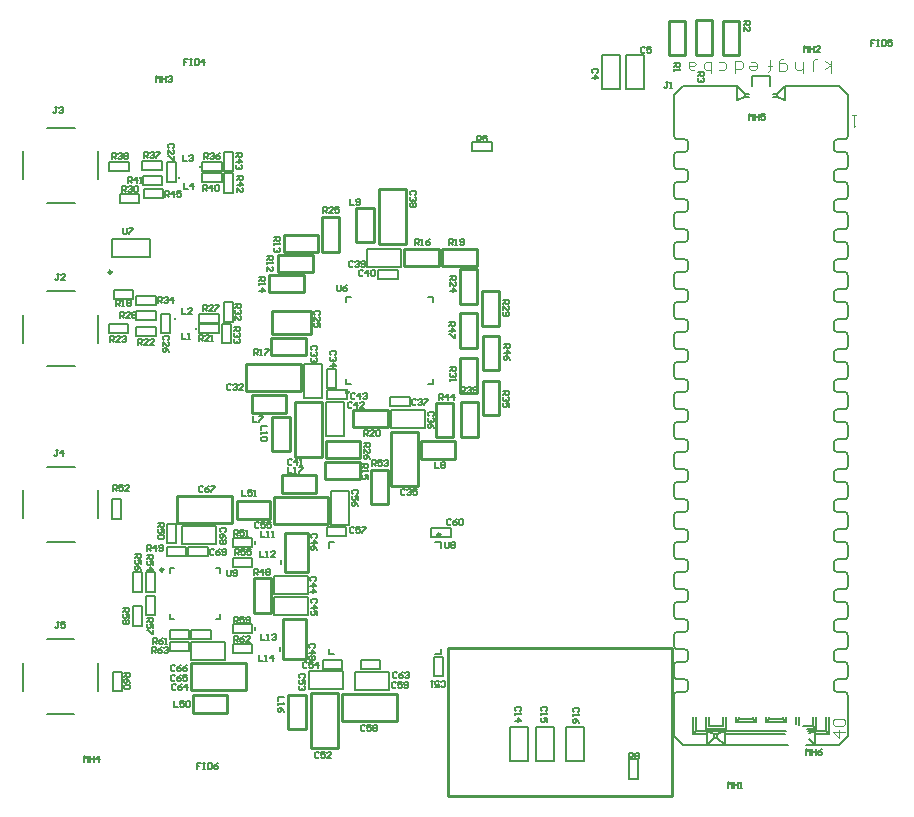
<source format=gbr>
G04 Layer_Color=65535*
%FSLAX26Y26*%
%MOIN*%
%TF.FileFunction,Legend,Top*%
%TF.Part,Single*%
G01*
G75*
%TA.AperFunction,NonConductor*%
%ADD37C,0.005000*%
%ADD55C,0.010000*%
%ADD86C,0.009842*%
%ADD87C,0.007874*%
%ADD88C,0.007870*%
%ADD89C,0.004724*%
D37*
X5217500Y7620000D02*
Y7650000D01*
Y7620000D02*
X5282500D01*
Y7650000D01*
X5217500D02*
X5282500D01*
X5103000Y7710000D02*
Y7740000D01*
Y7710000D02*
X5168000D01*
Y7740000D01*
X5103000D02*
X5168000D01*
X5212500Y7715000D02*
Y7745000D01*
Y7715000D02*
X5277500D01*
Y7745000D01*
X5212500D02*
X5277500D01*
X5412500Y7710000D02*
Y7740000D01*
Y7710000D02*
X5477500D01*
Y7740000D01*
X5412500D02*
X5477500D01*
X5485000Y7710000D02*
X5515000D01*
Y7775000D01*
X5485000D02*
X5515000D01*
X5485000Y7710000D02*
Y7775000D01*
Y7702500D02*
X5515000D01*
X5485000Y7637500D02*
Y7702500D01*
Y7637500D02*
X5515000D01*
Y7702500D01*
X5412500Y7675000D02*
Y7705000D01*
Y7675000D02*
X5477500D01*
Y7705000D01*
X5412500D02*
X5477500D01*
X5215000Y7665000D02*
Y7695000D01*
Y7665000D02*
X5280000D01*
Y7695000D01*
X5215000D02*
X5280000D01*
X5137500Y7605000D02*
Y7635000D01*
Y7605000D02*
X5202500D01*
Y7635000D01*
X5137500D02*
X5202500D01*
X5193000Y7245000D02*
X5258000D01*
Y7215000D02*
Y7245000D01*
X5193000Y7215000D02*
X5258000D01*
X5193000D02*
Y7245000D01*
X5100500Y7200000D02*
X5165500D01*
Y7170000D02*
Y7200000D01*
X5100500Y7170000D02*
X5165500D01*
X5100500D02*
Y7200000D01*
X5193000Y7190000D02*
X5258000D01*
Y7160000D02*
Y7190000D01*
X5193000Y7160000D02*
X5258000D01*
X5193000D02*
Y7190000D01*
X5275000Y7235000D02*
X5305000D01*
X5275000Y7170000D02*
Y7235000D01*
Y7170000D02*
X5305000D01*
Y7235000D01*
X5193000Y7265000D02*
Y7295000D01*
Y7265000D02*
X5258000D01*
Y7295000D01*
X5193000D02*
X5258000D01*
X5402500Y7200000D02*
X5467500D01*
Y7170000D02*
Y7200000D01*
X5402500Y7170000D02*
X5467500D01*
X5402500D02*
Y7200000D01*
X5485000Y7207500D02*
X5515000D01*
Y7272500D01*
X5485000D02*
X5515000D01*
X5485000Y7207500D02*
Y7272500D01*
X5480000Y7201000D02*
X5510000D01*
X5480000Y7136000D02*
Y7201000D01*
Y7136000D02*
X5510000D01*
Y7201000D01*
X5402500Y7235000D02*
X5467500D01*
Y7205000D02*
Y7235000D01*
X5402500Y7205000D02*
X5467500D01*
X5402500D02*
Y7235000D01*
X5117500Y7315000D02*
X5182500D01*
Y7285000D02*
Y7315000D01*
X5117500Y7285000D02*
X5182500D01*
X5117500D02*
Y7315000D01*
X5828500Y6980000D02*
X5893500D01*
Y6950000D02*
Y6980000D01*
X5828500Y6950000D02*
X5893500D01*
X5828500D02*
Y6980000D01*
X5828116Y6986732D02*
Y7051732D01*
X5858116D01*
Y6986732D02*
Y7051732D01*
X5828116Y6986732D02*
X5858116D01*
X5295000Y7675000D02*
Y7740000D01*
X5325000D01*
Y7675000D02*
Y7740000D01*
X5295000Y7675000D02*
X5325000D01*
X5998500Y7382000D02*
X6063500D01*
Y7352000D02*
Y7382000D01*
X5998500Y7352000D02*
X6063500D01*
X5998500D02*
Y7382000D01*
X6040000Y6956000D02*
X6105000D01*
Y6926000D02*
Y6956000D01*
X6040000Y6926000D02*
X6105000D01*
X6040000D02*
Y6956000D01*
X5294000Y6470000D02*
X5324000D01*
Y6535000D01*
X5294000D02*
X5324000D01*
X5294000Y6470000D02*
Y6535000D01*
X5113000Y6551000D02*
X5143000D01*
Y6616000D01*
X5113000D02*
X5143000D01*
X5113000Y6551000D02*
Y6616000D01*
X5358500Y6427000D02*
Y6457000D01*
X5293500D02*
X5358500D01*
X5293500Y6427000D02*
Y6457000D01*
Y6427000D02*
X5358500D01*
X5225000Y6373000D02*
X5255000D01*
X5225000Y6308000D02*
Y6373000D01*
Y6308000D02*
X5255000D01*
Y6373000D01*
X5182000Y6308000D02*
Y6373000D01*
X5212000D01*
Y6308000D02*
Y6373000D01*
X5182000Y6308000D02*
X5212000D01*
X5182000Y6260500D02*
X5212000D01*
X5182000Y6195500D02*
Y6260500D01*
Y6195500D02*
X5212000D01*
Y6260500D01*
X5224000Y6295500D02*
X5254000D01*
X5224000Y6230500D02*
Y6295500D01*
Y6230500D02*
X5254000D01*
Y6295500D01*
X5303500Y6112000D02*
X5368500D01*
X5303500D02*
Y6142000D01*
X5368500D01*
Y6112000D02*
Y6142000D01*
X5303500Y6179000D02*
X5368500D01*
Y6149000D02*
Y6179000D01*
X5303500Y6149000D02*
X5368500D01*
X5303500D02*
Y6179000D01*
X5578500Y6169886D02*
Y6199886D01*
X5513500D02*
X5578500D01*
X5513500Y6169886D02*
Y6199886D01*
Y6169886D02*
X5578500D01*
X5579500Y6102386D02*
Y6132386D01*
X5514500D02*
X5579500D01*
X5514500Y6102386D02*
Y6132386D01*
Y6102386D02*
X5579500D01*
X5366500Y6456929D02*
X5431500D01*
Y6426929D02*
Y6456929D01*
X5366500Y6426929D02*
X5431500D01*
X5366500D02*
Y6456929D01*
X5580000Y6457000D02*
Y6487000D01*
X5515000D02*
X5580000D01*
X5515000Y6457000D02*
Y6487000D01*
Y6457000D02*
X5580000D01*
X5578500Y6392000D02*
Y6422000D01*
X5513500D02*
X5578500D01*
X5513500Y6392000D02*
Y6422000D01*
Y6392000D02*
X5578500D01*
X5114000Y5976500D02*
X5144000D01*
Y6041500D01*
X5114000D02*
X5144000D01*
X5114000Y5976500D02*
Y6041500D01*
X5376000Y6149000D02*
X5441000D01*
X5376000D02*
Y6179000D01*
X5441000D01*
Y6149000D02*
Y6179000D01*
X5814500Y6080000D02*
X5879500D01*
Y6050000D02*
Y6080000D01*
X5814500Y6050000D02*
X5879500D01*
X5814500D02*
Y6080000D01*
X5827500Y6525000D02*
X5892500D01*
Y6495000D02*
Y6525000D01*
X5827500Y6495000D02*
X5892500D01*
X5827500D02*
Y6525000D01*
X6006500Y6050000D02*
Y6080000D01*
X5941500D02*
X6006500D01*
X5941500Y6050000D02*
Y6080000D01*
Y6050000D02*
X6006500D01*
X6185000Y6027000D02*
Y6092000D01*
X6215000D01*
Y6027000D02*
Y6092000D01*
X6185000Y6027000D02*
X6215000D01*
X6175579Y6492000D02*
X6240579D01*
X6175579D02*
Y6522000D01*
X6240579D01*
Y6492000D02*
Y6522000D01*
X6835000Y5750500D02*
X6865000D01*
X6835000Y5685500D02*
Y5750500D01*
Y5685500D02*
X6865000D01*
Y5750500D01*
X6377500Y7776221D02*
Y7806221D01*
X6312500D02*
X6377500D01*
X6312500Y7776221D02*
Y7806221D01*
Y7776221D02*
X6377500D01*
X6201221Y6946700D02*
Y6966693D01*
X6211218D01*
X6214550Y6963361D01*
Y6956697D01*
X6211218Y6953364D01*
X6201221D01*
X6207886D02*
X6214550Y6946700D01*
X6231212D02*
Y6966693D01*
X6221215Y6956697D01*
X6234544D01*
X6251205Y6946700D02*
Y6966693D01*
X6241208Y6956697D01*
X6254537D01*
X6729661Y8038671D02*
X6732993Y8042003D01*
Y8048668D01*
X6729661Y8052000D01*
X6716332D01*
X6713000Y8048668D01*
Y8042003D01*
X6716332Y8038671D01*
X6713000Y8022010D02*
X6732993D01*
X6722997Y8032007D01*
Y8018677D01*
X6888329Y8121661D02*
X6884997Y8124993D01*
X6878332D01*
X6875000Y8121661D01*
Y8108332D01*
X6878332Y8105000D01*
X6884997D01*
X6888329Y8108332D01*
X6908323Y8124993D02*
X6894993D01*
Y8114997D01*
X6901658Y8118329D01*
X6904990D01*
X6908323Y8114997D01*
Y8108332D01*
X6904990Y8105000D01*
X6898326D01*
X6894993Y8108332D01*
X6470661Y5910671D02*
X6473993Y5914003D01*
Y5920668D01*
X6470661Y5924000D01*
X6457332D01*
X6454000Y5920668D01*
Y5914003D01*
X6457332Y5910671D01*
X6454000Y5904007D02*
Y5897342D01*
Y5900674D01*
X6473993D01*
X6470661Y5904007D01*
X6454000Y5877348D02*
X6473993D01*
X6463997Y5887345D01*
Y5874016D01*
X6559661Y5911671D02*
X6562993Y5915003D01*
Y5921668D01*
X6559661Y5925000D01*
X6546332D01*
X6543000Y5921668D01*
Y5915003D01*
X6546332Y5911671D01*
X6543000Y5905007D02*
Y5898342D01*
Y5901674D01*
X6562993D01*
X6559661Y5905007D01*
X6562993Y5875016D02*
Y5888345D01*
X6552997D01*
X6556329Y5881681D01*
Y5878348D01*
X6552997Y5875016D01*
X6546332D01*
X6543000Y5878348D01*
Y5885013D01*
X6546332Y5888345D01*
X6665661Y5908671D02*
X6668993Y5912003D01*
Y5918668D01*
X6665661Y5922000D01*
X6652332D01*
X6649000Y5918668D01*
Y5912003D01*
X6652332Y5908671D01*
X6649000Y5902007D02*
Y5895342D01*
Y5898674D01*
X6668993D01*
X6665661Y5902007D01*
X6668993Y5872016D02*
X6665661Y5878681D01*
X6658997Y5885345D01*
X6652332D01*
X6649000Y5882013D01*
Y5875348D01*
X6652332Y5872016D01*
X6655664D01*
X6658997Y5875348D01*
Y5885345D01*
X5801168Y7229671D02*
X5804500Y7233003D01*
Y7239668D01*
X5801168Y7243000D01*
X5787839D01*
X5784507Y7239668D01*
Y7233003D01*
X5787839Y7229671D01*
X5784507Y7209677D02*
Y7223007D01*
X5797836Y7209677D01*
X5801168D01*
X5804500Y7213010D01*
Y7219674D01*
X5801168Y7223007D01*
X5804500Y7189684D02*
Y7203013D01*
X5794503D01*
X5797836Y7196349D01*
Y7193016D01*
X5794503Y7189684D01*
X5787839D01*
X5784507Y7193016D01*
Y7199681D01*
X5787839Y7203013D01*
X5299559Y7145671D02*
X5302891Y7149003D01*
Y7155668D01*
X5299559Y7159000D01*
X5286230D01*
X5282898Y7155668D01*
Y7149003D01*
X5286230Y7145671D01*
X5282898Y7125677D02*
Y7139007D01*
X5296227Y7125677D01*
X5299559D01*
X5302891Y7129010D01*
Y7135674D01*
X5299559Y7139007D01*
X5302891Y7105684D02*
X5299559Y7112349D01*
X5292894Y7119013D01*
X5286230D01*
X5282898Y7115681D01*
Y7109016D01*
X5286230Y7105684D01*
X5289562D01*
X5292894Y7109016D01*
Y7119013D01*
X5316661Y7786671D02*
X5319993Y7790003D01*
Y7796668D01*
X5316661Y7800000D01*
X5303332D01*
X5300000Y7796668D01*
Y7790003D01*
X5303332Y7786671D01*
X5300000Y7766677D02*
Y7780007D01*
X5313329Y7766677D01*
X5316661D01*
X5319993Y7770010D01*
Y7776674D01*
X5316661Y7780007D01*
X5319993Y7760013D02*
Y7746684D01*
X5316661D01*
X5303332Y7760013D01*
X5300000D01*
X5508329Y6996661D02*
X5504997Y6999993D01*
X5498332D01*
X5495000Y6996661D01*
Y6983332D01*
X5498332Y6980000D01*
X5504997D01*
X5508329Y6983332D01*
X5514993Y6996661D02*
X5518326Y6999993D01*
X5524990D01*
X5528323Y6996661D01*
Y6993329D01*
X5524990Y6989997D01*
X5521658D01*
X5524990D01*
X5528323Y6986664D01*
Y6983332D01*
X5524990Y6980000D01*
X5518326D01*
X5514993Y6983332D01*
X5548316Y6980000D02*
X5534987D01*
X5548316Y6993329D01*
Y6996661D01*
X5544984Y6999993D01*
X5538319D01*
X5534987Y6996661D01*
X5792010Y7112671D02*
X5795342Y7116003D01*
Y7122668D01*
X5792010Y7126000D01*
X5778681D01*
X5775349Y7122668D01*
Y7116003D01*
X5778681Y7112671D01*
X5792010Y7106007D02*
X5795342Y7102674D01*
Y7096010D01*
X5792010Y7092677D01*
X5788678D01*
X5785346Y7096010D01*
Y7099342D01*
Y7096010D01*
X5782014Y7092677D01*
X5778681D01*
X5775349Y7096010D01*
Y7102674D01*
X5778681Y7106007D01*
X5792010Y7086013D02*
X5795342Y7082681D01*
Y7076016D01*
X5792010Y7072684D01*
X5788678D01*
X5785346Y7076016D01*
Y7079349D01*
Y7076016D01*
X5782014Y7072684D01*
X5778681D01*
X5775349Y7076016D01*
Y7082681D01*
X5778681Y7086013D01*
X5853661Y7097671D02*
X5856993Y7101003D01*
Y7107668D01*
X5853661Y7111000D01*
X5840332D01*
X5837000Y7107668D01*
Y7101003D01*
X5840332Y7097671D01*
X5853661Y7091007D02*
X5856993Y7087674D01*
Y7081010D01*
X5853661Y7077677D01*
X5850329D01*
X5846997Y7081010D01*
Y7084342D01*
Y7081010D01*
X5843664Y7077677D01*
X5840332D01*
X5837000Y7081010D01*
Y7087674D01*
X5840332Y7091007D01*
X5837000Y7061016D02*
X5856993D01*
X5846997Y7071013D01*
Y7057684D01*
X6087829Y6645661D02*
X6084497Y6648993D01*
X6077832D01*
X6074500Y6645661D01*
Y6632332D01*
X6077832Y6629000D01*
X6084497D01*
X6087829Y6632332D01*
X6094493Y6645661D02*
X6097826Y6648993D01*
X6104490D01*
X6107823Y6645661D01*
Y6642329D01*
X6104490Y6638997D01*
X6101158D01*
X6104490D01*
X6107823Y6635664D01*
Y6632332D01*
X6104490Y6629000D01*
X6097826D01*
X6094493Y6632332D01*
X6127816Y6648993D02*
X6114487D01*
Y6638997D01*
X6121151Y6642329D01*
X6124484D01*
X6127816Y6638997D01*
Y6632332D01*
X6124484Y6629000D01*
X6117819D01*
X6114487Y6632332D01*
X6180661Y6893671D02*
X6183993Y6897003D01*
Y6903668D01*
X6180661Y6907000D01*
X6167332D01*
X6164000Y6903668D01*
Y6897003D01*
X6167332Y6893671D01*
X6180661Y6887007D02*
X6183993Y6883674D01*
Y6877010D01*
X6180661Y6873677D01*
X6177329D01*
X6173997Y6877010D01*
Y6880342D01*
Y6877010D01*
X6170664Y6873677D01*
X6167332D01*
X6164000Y6877010D01*
Y6883674D01*
X6167332Y6887007D01*
X6183993Y6853684D02*
X6180661Y6860349D01*
X6173997Y6867013D01*
X6167332D01*
X6164000Y6863681D01*
Y6857016D01*
X6167332Y6853684D01*
X6170664D01*
X6173997Y6857016D01*
Y6867013D01*
X6126329Y6948661D02*
X6122997Y6951993D01*
X6116332D01*
X6113000Y6948661D01*
Y6935332D01*
X6116332Y6932000D01*
X6122997D01*
X6126329Y6935332D01*
X6132993Y6948661D02*
X6136326Y6951993D01*
X6142990D01*
X6146323Y6948661D01*
Y6945329D01*
X6142990Y6941997D01*
X6139658D01*
X6142990D01*
X6146323Y6938664D01*
Y6935332D01*
X6142990Y6932000D01*
X6136326D01*
X6132993Y6935332D01*
X6152987Y6951993D02*
X6166316D01*
Y6948661D01*
X6152987Y6935332D01*
Y6932000D01*
X6120661Y7631671D02*
X6123993Y7635003D01*
Y7641668D01*
X6120661Y7645000D01*
X6107332D01*
X6104000Y7641668D01*
Y7635003D01*
X6107332Y7631671D01*
X6120661Y7625007D02*
X6123993Y7621674D01*
Y7615010D01*
X6120661Y7611677D01*
X6117329D01*
X6113997Y7615010D01*
Y7618342D01*
Y7615010D01*
X6110664Y7611677D01*
X6107332D01*
X6104000Y7615010D01*
Y7621674D01*
X6107332Y7625007D01*
X6120661Y7605013D02*
X6123993Y7601681D01*
Y7595016D01*
X6120661Y7591684D01*
X6117329D01*
X6113997Y7595016D01*
X6110664Y7591684D01*
X6107332D01*
X6104000Y7595016D01*
Y7601681D01*
X6107332Y7605013D01*
X6110664D01*
X6113997Y7601681D01*
X6117329Y7605013D01*
X6120661D01*
X6113997Y7601681D02*
Y7595016D01*
X5948329Y7376661D02*
X5944997Y7379993D01*
X5938332D01*
X5935000Y7376661D01*
Y7363332D01*
X5938332Y7360000D01*
X5944997D01*
X5948329Y7363332D01*
X5964990Y7360000D02*
Y7379993D01*
X5954993Y7369997D01*
X5968323D01*
X5974987Y7376661D02*
X5978319Y7379993D01*
X5984984D01*
X5988316Y7376661D01*
Y7363332D01*
X5984984Y7360000D01*
X5978319D01*
X5974987Y7363332D01*
Y7376661D01*
X5711329Y6747661D02*
X5707997Y6750993D01*
X5701332D01*
X5698000Y6747661D01*
Y6734332D01*
X5701332Y6731000D01*
X5707997D01*
X5711329Y6734332D01*
X5727990Y6731000D02*
Y6750993D01*
X5717993Y6740997D01*
X5731323D01*
X5737987Y6731000D02*
X5744651D01*
X5741319D01*
Y6750993D01*
X5737987Y6747661D01*
X5910258Y6936661D02*
X5906926Y6939993D01*
X5900261D01*
X5896929Y6936661D01*
Y6923332D01*
X5900261Y6920000D01*
X5906926D01*
X5910258Y6923332D01*
X5926919Y6920000D02*
Y6939993D01*
X5916923Y6929997D01*
X5930252D01*
X5950245Y6920000D02*
X5936916D01*
X5950245Y6933329D01*
Y6936661D01*
X5946913Y6939993D01*
X5940248D01*
X5936916Y6936661D01*
X5920329Y6968661D02*
X5916997Y6971993D01*
X5910332D01*
X5907000Y6968661D01*
Y6955332D01*
X5910332Y6952000D01*
X5916997D01*
X5920329Y6955332D01*
X5936990Y6952000D02*
Y6971993D01*
X5926993Y6961997D01*
X5940323D01*
X5946987Y6968661D02*
X5950319Y6971993D01*
X5956984D01*
X5960316Y6968661D01*
Y6965329D01*
X5956984Y6961997D01*
X5953651D01*
X5956984D01*
X5960316Y6958664D01*
Y6955332D01*
X5956984Y6952000D01*
X5950319D01*
X5946987Y6955332D01*
X5789661Y6343671D02*
X5792993Y6347003D01*
Y6353668D01*
X5789661Y6357000D01*
X5776332D01*
X5773000Y6353668D01*
Y6347003D01*
X5776332Y6343671D01*
X5773000Y6327010D02*
X5792993D01*
X5782997Y6337007D01*
Y6323677D01*
X5773000Y6307016D02*
X5792993D01*
X5782997Y6317013D01*
Y6303684D01*
X5790661Y6269671D02*
X5793993Y6273003D01*
Y6279668D01*
X5790661Y6283000D01*
X5777332D01*
X5774000Y6279668D01*
Y6273003D01*
X5777332Y6269671D01*
X5774000Y6253010D02*
X5793993D01*
X5783997Y6263007D01*
Y6249677D01*
X5793993Y6229684D02*
Y6243013D01*
X5783997D01*
X5787329Y6236349D01*
Y6233016D01*
X5783997Y6229684D01*
X5777332D01*
X5774000Y6233016D01*
Y6239681D01*
X5777332Y6243013D01*
X5790161Y6488671D02*
X5793493Y6492003D01*
Y6498668D01*
X5790161Y6502000D01*
X5776832D01*
X5773500Y6498668D01*
Y6492003D01*
X5776832Y6488671D01*
X5773500Y6472010D02*
X5793493D01*
X5783497Y6482007D01*
Y6468677D01*
X5793493Y6448684D02*
X5790161Y6455349D01*
X5783497Y6462013D01*
X5776832D01*
X5773500Y6458681D01*
Y6452016D01*
X5776832Y6448684D01*
X5780164D01*
X5783497Y6452016D01*
Y6462013D01*
X5784975Y6120863D02*
X5788307Y6124195D01*
Y6130859D01*
X5784975Y6134192D01*
X5771646D01*
X5768313Y6130859D01*
Y6124195D01*
X5771646Y6120863D01*
X5768313Y6104202D02*
X5788307D01*
X5778310Y6114198D01*
Y6100869D01*
X5784975Y6094205D02*
X5788307Y6090873D01*
Y6084208D01*
X5784975Y6080876D01*
X5781642D01*
X5778310Y6084208D01*
X5774978Y6080876D01*
X5771646D01*
X5768313Y6084208D01*
Y6090873D01*
X5771646Y6094205D01*
X5774978D01*
X5778310Y6090873D01*
X5781642Y6094205D01*
X5784975D01*
X5778310Y6090873D02*
Y6084208D01*
X6207671Y5995339D02*
X6211003Y5992007D01*
X6217668D01*
X6221000Y5995339D01*
Y6008668D01*
X6217668Y6012000D01*
X6211003D01*
X6207671Y6008668D01*
X6187677Y5992007D02*
X6201007D01*
Y6002003D01*
X6194342Y5998671D01*
X6191010D01*
X6187677Y6002003D01*
Y6008668D01*
X6191010Y6012000D01*
X6197674D01*
X6201007Y6008668D01*
X6181013Y6012000D02*
X6174349D01*
X6177681D01*
Y5992007D01*
X6181013Y5995339D01*
X5800837Y5769661D02*
X5797505Y5772993D01*
X5790840D01*
X5787508Y5769661D01*
Y5756332D01*
X5790840Y5753000D01*
X5797505D01*
X5800837Y5756332D01*
X5820831Y5772993D02*
X5807502D01*
Y5762997D01*
X5814166Y5766329D01*
X5817498D01*
X5820831Y5762997D01*
Y5756332D01*
X5817498Y5753000D01*
X5810834D01*
X5807502Y5756332D01*
X5840824Y5753000D02*
X5827495D01*
X5840824Y5766329D01*
Y5769661D01*
X5837492Y5772993D01*
X5830827D01*
X5827495Y5769661D01*
X5752661Y6021671D02*
X5755993Y6025003D01*
Y6031668D01*
X5752661Y6035000D01*
X5739332D01*
X5736000Y6031668D01*
Y6025003D01*
X5739332Y6021671D01*
X5755993Y6001677D02*
Y6015007D01*
X5745997D01*
X5749329Y6008342D01*
Y6005010D01*
X5745997Y6001677D01*
X5739332D01*
X5736000Y6005010D01*
Y6011674D01*
X5739332Y6015007D01*
X5752661Y5995013D02*
X5755993Y5991681D01*
Y5985016D01*
X5752661Y5981684D01*
X5749329D01*
X5745997Y5985016D01*
Y5988349D01*
Y5985016D01*
X5742664Y5981684D01*
X5739332D01*
X5736000Y5985016D01*
Y5991681D01*
X5739332Y5995013D01*
X5761329Y6069661D02*
X5757997Y6072993D01*
X5751332D01*
X5748000Y6069661D01*
Y6056332D01*
X5751332Y6053000D01*
X5757997D01*
X5761329Y6056332D01*
X5781323Y6072993D02*
X5767993D01*
Y6062997D01*
X5774658Y6066329D01*
X5777990D01*
X5781323Y6062997D01*
Y6056332D01*
X5777990Y6053000D01*
X5771326D01*
X5767993Y6056332D01*
X5797984Y6053000D02*
Y6072993D01*
X5787987Y6062997D01*
X5801316D01*
X5602329Y6537079D02*
X5598997Y6540411D01*
X5592332D01*
X5589000Y6537079D01*
Y6523750D01*
X5592332Y6520417D01*
X5598997D01*
X5602329Y6523750D01*
X5622323Y6540411D02*
X5608993D01*
Y6530414D01*
X5615658Y6533746D01*
X5618990D01*
X5622323Y6530414D01*
Y6523750D01*
X5618990Y6520417D01*
X5612326D01*
X5608993Y6523750D01*
X5642316Y6540411D02*
X5628987D01*
Y6530414D01*
X5635651Y6533746D01*
X5638984D01*
X5642316Y6530414D01*
Y6523750D01*
X5638984Y6520417D01*
X5632319D01*
X5628987Y6523750D01*
X5928161Y6632671D02*
X5931493Y6636003D01*
Y6642668D01*
X5928161Y6646000D01*
X5914832D01*
X5911500Y6642668D01*
Y6636003D01*
X5914832Y6632671D01*
X5931493Y6612677D02*
Y6626007D01*
X5921497D01*
X5924829Y6619342D01*
Y6616010D01*
X5921497Y6612677D01*
X5914832D01*
X5911500Y6616010D01*
Y6622674D01*
X5914832Y6626007D01*
X5931493Y6592684D02*
X5928161Y6599349D01*
X5921497Y6606013D01*
X5914832D01*
X5911500Y6602681D01*
Y6596016D01*
X5914832Y6592684D01*
X5918164D01*
X5921497Y6596016D01*
Y6606013D01*
X5917061Y6519394D02*
X5913729Y6522726D01*
X5907065D01*
X5903732Y6519394D01*
Y6506065D01*
X5907065Y6502732D01*
X5913729D01*
X5917061Y6506065D01*
X5937055Y6522726D02*
X5923726D01*
Y6512729D01*
X5930390Y6516061D01*
X5933723D01*
X5937055Y6512729D01*
Y6506065D01*
X5933723Y6502732D01*
X5927058D01*
X5923726Y6506065D01*
X5943719Y6522726D02*
X5957048D01*
Y6519394D01*
X5943719Y6506065D01*
Y6502732D01*
X5955329Y5860661D02*
X5951997Y5863993D01*
X5945332D01*
X5942000Y5860661D01*
Y5847332D01*
X5945332Y5844000D01*
X5951997D01*
X5955329Y5847332D01*
X5975323Y5863993D02*
X5961993D01*
Y5853997D01*
X5968658Y5857329D01*
X5971990D01*
X5975323Y5853997D01*
Y5847332D01*
X5971990Y5844000D01*
X5965326D01*
X5961993Y5847332D01*
X5981987Y5860661D02*
X5985319Y5863993D01*
X5991984D01*
X5995316Y5860661D01*
Y5857329D01*
X5991984Y5853997D01*
X5995316Y5850664D01*
Y5847332D01*
X5991984Y5844000D01*
X5985319D01*
X5981987Y5847332D01*
Y5850664D01*
X5985319Y5853997D01*
X5981987Y5857329D01*
Y5860661D01*
X5985319Y5853997D02*
X5991984D01*
X6059329Y6002661D02*
X6055997Y6005993D01*
X6049332D01*
X6046000Y6002661D01*
Y5989332D01*
X6049332Y5986000D01*
X6055997D01*
X6059329Y5989332D01*
X6079323Y6005993D02*
X6065993D01*
Y5995997D01*
X6072658Y5999329D01*
X6075990D01*
X6079323Y5995997D01*
Y5989332D01*
X6075990Y5986000D01*
X6069326D01*
X6065993Y5989332D01*
X6085987D02*
X6089319Y5986000D01*
X6095984D01*
X6099316Y5989332D01*
Y6002661D01*
X6095984Y6005993D01*
X6089319D01*
X6085987Y6002661D01*
Y5999329D01*
X6089319Y5995997D01*
X6099316D01*
X6242967Y6546661D02*
X6239635Y6549993D01*
X6232970D01*
X6229638Y6546661D01*
Y6533332D01*
X6232970Y6530000D01*
X6239635D01*
X6242967Y6533332D01*
X6262960Y6549993D02*
X6256296Y6546661D01*
X6249631Y6539997D01*
Y6533332D01*
X6252964Y6530000D01*
X6259628D01*
X6262960Y6533332D01*
Y6536664D01*
X6259628Y6539997D01*
X6249631D01*
X6269625Y6546661D02*
X6272957Y6549993D01*
X6279622D01*
X6282954Y6546661D01*
Y6533332D01*
X6279622Y6530000D01*
X6272957D01*
X6269625Y6533332D01*
Y6546661D01*
X5365329Y8083993D02*
X5352000D01*
Y8073997D01*
X5358664D01*
X5352000D01*
Y8064000D01*
X5371993Y8083993D02*
X5378658D01*
X5375326D01*
Y8064000D01*
X5371993D01*
X5378658D01*
X5388655Y8083993D02*
Y8064000D01*
X5398652D01*
X5401984Y8067332D01*
Y8080661D01*
X5398652Y8083993D01*
X5388655D01*
X5418645Y8064000D02*
Y8083993D01*
X5408648Y8073997D01*
X5421977D01*
X7655329Y8145993D02*
X7642000D01*
Y8135997D01*
X7648664D01*
X7642000D01*
Y8126000D01*
X7661993Y8145993D02*
X7668658D01*
X7665326D01*
Y8126000D01*
X7661993D01*
X7668658D01*
X7678655Y8145993D02*
Y8126000D01*
X7688652D01*
X7691984Y8129332D01*
Y8142661D01*
X7688652Y8145993D01*
X7678655D01*
X7711977D02*
X7698648D01*
Y8135997D01*
X7705313Y8139329D01*
X7708645D01*
X7711977Y8135997D01*
Y8129332D01*
X7708645Y8126000D01*
X7701981D01*
X7698648Y8129332D01*
X5409329Y5736993D02*
X5396000D01*
Y5726997D01*
X5402664D01*
X5396000D01*
Y5717000D01*
X5415993Y5736993D02*
X5422658D01*
X5419326D01*
Y5717000D01*
X5415993D01*
X5422658D01*
X5432655Y5736993D02*
Y5717000D01*
X5442652D01*
X5445984Y5720332D01*
Y5733661D01*
X5442652Y5736993D01*
X5432655D01*
X5465977D02*
X5459313Y5733661D01*
X5452648Y5726997D01*
Y5720332D01*
X5455981Y5717000D01*
X5462645D01*
X5465977Y5720332D01*
Y5723664D01*
X5462645Y5726997D01*
X5452648D01*
X4936329Y7365993D02*
X4929664D01*
X4932997D01*
Y7349332D01*
X4929664Y7346000D01*
X4926332D01*
X4923000Y7349332D01*
X4956323Y7346000D02*
X4942993D01*
X4956323Y7359329D01*
Y7362661D01*
X4952990Y7365993D01*
X4946326D01*
X4942993Y7362661D01*
X4929329Y7923993D02*
X4922664D01*
X4925997D01*
Y7907332D01*
X4922664Y7904000D01*
X4919332D01*
X4916000Y7907332D01*
X4935993Y7920661D02*
X4939326Y7923993D01*
X4945990D01*
X4949323Y7920661D01*
Y7917329D01*
X4945990Y7913997D01*
X4942658D01*
X4945990D01*
X4949323Y7910664D01*
Y7907332D01*
X4945990Y7904000D01*
X4939326D01*
X4935993Y7907332D01*
X4932329Y6778993D02*
X4925664D01*
X4928997D01*
Y6762332D01*
X4925664Y6759000D01*
X4922332D01*
X4919000Y6762332D01*
X4948990Y6759000D02*
Y6778993D01*
X4938993Y6768997D01*
X4952323D01*
X4934329Y6206993D02*
X4927664D01*
X4930997D01*
Y6190332D01*
X4927664Y6187000D01*
X4924332D01*
X4921000Y6190332D01*
X4954323Y6206993D02*
X4940993D01*
Y6196997D01*
X4947658Y6200329D01*
X4950990D01*
X4954323Y6196997D01*
Y6190332D01*
X4950990Y6187000D01*
X4944326D01*
X4940993Y6190332D01*
X5346000Y7169993D02*
Y7150000D01*
X5359329D01*
X5365993D02*
X5372658D01*
X5369326D01*
Y7169993D01*
X5365993Y7166661D01*
X5343500Y7252993D02*
Y7233000D01*
X5356829D01*
X5376823D02*
X5363493D01*
X5376823Y7246329D01*
Y7249661D01*
X5373490Y7252993D01*
X5366826D01*
X5363493Y7249661D01*
X5350000Y7763993D02*
Y7744000D01*
X5363329D01*
X5369993Y7760661D02*
X5373326Y7763993D01*
X5379990D01*
X5383323Y7760661D01*
Y7757329D01*
X5379990Y7753997D01*
X5376658D01*
X5379990D01*
X5383323Y7750664D01*
Y7747332D01*
X5379990Y7744000D01*
X5373326D01*
X5369993Y7747332D01*
X5352000Y7671993D02*
Y7652000D01*
X5365329D01*
X5381990D02*
Y7671993D01*
X5371993Y7661997D01*
X5385323D01*
X5582000Y6895493D02*
Y6875500D01*
X5595329D01*
X5601993Y6895493D02*
X5615323D01*
Y6892161D01*
X5601993Y6878832D01*
Y6875500D01*
X6189000Y6739993D02*
Y6720000D01*
X6202329D01*
X6208993Y6736661D02*
X6212326Y6739993D01*
X6218990D01*
X6222323Y6736661D01*
Y6733329D01*
X6218990Y6729997D01*
X6222323Y6726664D01*
Y6723332D01*
X6218990Y6720000D01*
X6212326D01*
X6208993Y6723332D01*
Y6726664D01*
X6212326Y6729997D01*
X6208993Y6733329D01*
Y6736661D01*
X6212326Y6729997D02*
X6218990D01*
X5905000Y7617993D02*
Y7598000D01*
X5918329D01*
X5924993Y7601332D02*
X5928326Y7598000D01*
X5934990D01*
X5938323Y7601332D01*
Y7614661D01*
X5934990Y7617993D01*
X5928326D01*
X5924993Y7614661D01*
Y7611329D01*
X5928326Y7607997D01*
X5938323D01*
X5629993Y6859768D02*
X5610000D01*
Y6846439D01*
Y6839775D02*
Y6833110D01*
Y6836442D01*
X5629993D01*
X5626661Y6839775D01*
Y6823113D02*
X5629993Y6819781D01*
Y6813116D01*
X5626661Y6809784D01*
X5613332D01*
X5610000Y6813116D01*
Y6819781D01*
X5613332Y6823113D01*
X5626661D01*
X5607000Y6510993D02*
Y6491000D01*
X5620329D01*
X5626993D02*
X5633658D01*
X5630326D01*
Y6510993D01*
X5626993Y6507661D01*
X5643655Y6491000D02*
X5650319D01*
X5646987D01*
Y6510993D01*
X5643655Y6507661D01*
X5606000Y6442993D02*
Y6423000D01*
X5619329D01*
X5625993D02*
X5632658D01*
X5629326D01*
Y6442993D01*
X5625993Y6439661D01*
X5655984Y6423000D02*
X5642655D01*
X5655984Y6436329D01*
Y6439661D01*
X5652652Y6442993D01*
X5645987D01*
X5642655Y6439661D01*
X5607000Y6167993D02*
Y6148000D01*
X5620329D01*
X5626993D02*
X5633658D01*
X5630326D01*
Y6167993D01*
X5626993Y6164661D01*
X5643655D02*
X5646987Y6167993D01*
X5653652D01*
X5656984Y6164661D01*
Y6161329D01*
X5653652Y6157997D01*
X5650319D01*
X5653652D01*
X5656984Y6154664D01*
Y6151332D01*
X5653652Y6148000D01*
X5646987D01*
X5643655Y6151332D01*
X5603000Y6096993D02*
Y6077000D01*
X5616329D01*
X5622993D02*
X5629658D01*
X5626326D01*
Y6096993D01*
X5622993Y6093661D01*
X5649652Y6077000D02*
Y6096993D01*
X5639655Y6086997D01*
X5652984D01*
X5684993Y5957000D02*
X5665000D01*
Y5943671D01*
Y5937007D02*
Y5930342D01*
Y5933674D01*
X5684993D01*
X5681661Y5937007D01*
X5684993Y5907016D02*
X5681661Y5913681D01*
X5674997Y5920345D01*
X5668332D01*
X5665000Y5917013D01*
Y5910348D01*
X5668332Y5907016D01*
X5671664D01*
X5674997Y5910348D01*
Y5920345D01*
X5698000Y6723993D02*
Y6704000D01*
X5711329D01*
X5717993D02*
X5724658D01*
X5721326D01*
Y6723993D01*
X5717993Y6720661D01*
X5734655Y6723993D02*
X5747984D01*
Y6720661D01*
X5734655Y6707332D01*
Y6704000D01*
X7164000Y5655000D02*
Y5674993D01*
X7170664Y5668329D01*
X7177329Y5674993D01*
Y5655000D01*
X7183993Y5674993D02*
Y5655000D01*
Y5664997D01*
X7197323D01*
Y5674993D01*
Y5655000D01*
X7203987D02*
X7210651D01*
X7207319D01*
Y5674993D01*
X7203987Y5671661D01*
X7417000Y8108000D02*
Y8127993D01*
X7423664Y8121329D01*
X7430329Y8127993D01*
Y8108000D01*
X7436993Y8127993D02*
Y8108000D01*
Y8117997D01*
X7450323D01*
Y8127993D01*
Y8108000D01*
X7470316D02*
X7456987D01*
X7470316Y8121329D01*
Y8124661D01*
X7466984Y8127993D01*
X7460319D01*
X7456987Y8124661D01*
X5260000Y8008000D02*
Y8027993D01*
X5266664Y8021329D01*
X5273329Y8027993D01*
Y8008000D01*
X5279993Y8027993D02*
Y8008000D01*
Y8017997D01*
X5293323D01*
Y8027993D01*
Y8008000D01*
X5299987Y8024661D02*
X5303319Y8027993D01*
X5309984D01*
X5313316Y8024661D01*
Y8021329D01*
X5309984Y8017997D01*
X5306651D01*
X5309984D01*
X5313316Y8014664D01*
Y8011332D01*
X5309984Y8008000D01*
X5303319D01*
X5299987Y8011332D01*
X5017000Y5741000D02*
Y5760993D01*
X5023664Y5754329D01*
X5030329Y5760993D01*
Y5741000D01*
X5036993Y5760993D02*
Y5741000D01*
Y5750997D01*
X5050323D01*
Y5760993D01*
Y5741000D01*
X5066984D02*
Y5760993D01*
X5056987Y5750997D01*
X5070316D01*
X7234768Y7882000D02*
Y7901993D01*
X7241432Y7895329D01*
X7248097Y7901993D01*
Y7882000D01*
X7254761Y7901993D02*
Y7882000D01*
Y7891997D01*
X7268090D01*
Y7901993D01*
Y7882000D01*
X7288084Y7901993D02*
X7274755D01*
Y7891997D01*
X7281419Y7895329D01*
X7284752D01*
X7288084Y7891997D01*
Y7885332D01*
X7284752Y7882000D01*
X7278087D01*
X7274755Y7885332D01*
X7425000Y5763000D02*
Y5782993D01*
X7431664Y5776329D01*
X7438329Y5782993D01*
Y5763000D01*
X7444993Y5782993D02*
Y5763000D01*
Y5772997D01*
X7458323D01*
Y5782993D01*
Y5763000D01*
X7478316Y5782993D02*
X7471651Y5779661D01*
X7464987Y5772997D01*
Y5766332D01*
X7468319Y5763000D01*
X7474984D01*
X7478316Y5766332D01*
Y5769664D01*
X7474984Y5772997D01*
X7464987D01*
X6984000Y8070669D02*
X7003993D01*
Y8060672D01*
X7000661Y8057340D01*
X6993997D01*
X6990664Y8060672D01*
Y8070669D01*
Y8064004D02*
X6984000Y8057340D01*
Y8050675D02*
Y8044011D01*
Y8047343D01*
X7003993D01*
X7000661Y8050675D01*
X7220000Y8210000D02*
X7239993D01*
Y8200003D01*
X7236661Y8196671D01*
X7229997D01*
X7226664Y8200003D01*
Y8210000D01*
Y8203335D02*
X7220000Y8196671D01*
Y8176677D02*
Y8190007D01*
X7233329Y8176677D01*
X7236661D01*
X7239993Y8180010D01*
Y8186674D01*
X7236661Y8190007D01*
X7066000Y8042000D02*
X7085993D01*
Y8032003D01*
X7082661Y8028671D01*
X7075997D01*
X7072664Y8032003D01*
Y8042000D01*
Y8035336D02*
X7066000Y8028671D01*
X7082661Y8022007D02*
X7085993Y8018674D01*
Y8012010D01*
X7082661Y8008677D01*
X7079329D01*
X7075997Y8012010D01*
Y8015342D01*
Y8012010D01*
X7072664Y8008677D01*
X7069332D01*
X7066000Y8012010D01*
Y8018674D01*
X7069332Y8022007D01*
X6328000Y7806221D02*
Y7826214D01*
X6337997D01*
X6341329Y7822882D01*
Y7816217D01*
X6337997Y7812885D01*
X6328000D01*
X6334664D02*
X6341329Y7806221D01*
X6361323Y7826214D02*
X6347993D01*
Y7816217D01*
X6354658Y7819550D01*
X6357990D01*
X6361323Y7816217D01*
Y7809553D01*
X6357990Y7806221D01*
X6351326D01*
X6347993Y7809553D01*
X6835000Y5750500D02*
Y5770493D01*
X6844997D01*
X6848329Y5767161D01*
Y5760497D01*
X6844997Y5757164D01*
X6835000D01*
X6841664D02*
X6848329Y5750500D01*
X6854993Y5767161D02*
X6858326Y5770493D01*
X6864990D01*
X6868323Y5767161D01*
Y5763829D01*
X6864990Y5760497D01*
X6868323Y5757164D01*
Y5753832D01*
X6864990Y5750500D01*
X6858326D01*
X6854993Y5753832D01*
Y5757164D01*
X6858326Y5760497D01*
X6854993Y5763829D01*
Y5767161D01*
X6858326Y5760497D02*
X6864990D01*
X5630000Y7428000D02*
X5649993D01*
Y7418003D01*
X5646661Y7414671D01*
X5639997D01*
X5636664Y7418003D01*
Y7428000D01*
Y7421336D02*
X5630000Y7414671D01*
Y7408007D02*
Y7401342D01*
Y7404674D01*
X5649993D01*
X5646661Y7408007D01*
X5630000Y7378016D02*
Y7391345D01*
X5643329Y7378016D01*
X5646661D01*
X5649993Y7381348D01*
Y7388013D01*
X5646661Y7391345D01*
X5650685Y7491864D02*
X5670679D01*
Y7481867D01*
X5667346Y7478535D01*
X5660682D01*
X5657350Y7481867D01*
Y7491864D01*
Y7485199D02*
X5650685Y7478535D01*
Y7471870D02*
Y7465206D01*
Y7468538D01*
X5670679D01*
X5667346Y7471870D01*
Y7455209D02*
X5670679Y7451877D01*
Y7445212D01*
X5667346Y7441880D01*
X5664014D01*
X5660682Y7445212D01*
Y7448545D01*
Y7445212D01*
X5657350Y7441880D01*
X5654017D01*
X5650685Y7445212D01*
Y7451877D01*
X5654017Y7455209D01*
X5602421Y7355928D02*
X5622414D01*
Y7345931D01*
X5619082Y7342599D01*
X5612417D01*
X5609085Y7345931D01*
Y7355928D01*
Y7349264D02*
X5602421Y7342599D01*
Y7335935D02*
Y7329270D01*
Y7332602D01*
X5622414D01*
X5619082Y7335935D01*
X5602421Y7309276D02*
X5622414D01*
X5612417Y7319273D01*
Y7305944D01*
X5946000Y6734500D02*
X5965993D01*
Y6724503D01*
X5962661Y6721171D01*
X5955997D01*
X5952664Y6724503D01*
Y6734500D01*
Y6727836D02*
X5946000Y6721171D01*
Y6714507D02*
Y6707842D01*
Y6711174D01*
X5965993D01*
X5962661Y6714507D01*
X5965993Y6684516D02*
Y6697845D01*
X5955997D01*
X5959329Y6691181D01*
Y6687848D01*
X5955997Y6684516D01*
X5949332D01*
X5946000Y6687848D01*
Y6694513D01*
X5949332Y6697845D01*
X6121000Y7464500D02*
Y7484493D01*
X6130997D01*
X6134329Y7481161D01*
Y7474497D01*
X6130997Y7471164D01*
X6121000D01*
X6127664D02*
X6134329Y7464500D01*
X6140993D02*
X6147658D01*
X6144326D01*
Y7484493D01*
X6140993Y7481161D01*
X6170984Y7484493D02*
X6164319Y7481161D01*
X6157655Y7474497D01*
Y7467832D01*
X6160987Y7464500D01*
X6167652D01*
X6170984Y7467832D01*
Y7471164D01*
X6167652Y7474497D01*
X6157655D01*
X5584000Y7097158D02*
Y7117151D01*
X5593997D01*
X5597329Y7113819D01*
Y7107154D01*
X5593997Y7103822D01*
X5584000D01*
X5590664D02*
X5597329Y7097158D01*
X5603993D02*
X5610658D01*
X5607326D01*
Y7117151D01*
X5603993Y7113819D01*
X5620655Y7117151D02*
X5633984D01*
Y7113819D01*
X5620655Y7100490D01*
Y7097158D01*
X5126000Y7259000D02*
Y7278993D01*
X5135997D01*
X5139329Y7275661D01*
Y7268997D01*
X5135997Y7265664D01*
X5126000D01*
X5132664D02*
X5139329Y7259000D01*
X5145993D02*
X5152658D01*
X5149326D01*
Y7278993D01*
X5145993Y7275661D01*
X5162655D02*
X5165987Y7278993D01*
X5172652D01*
X5175984Y7275661D01*
Y7272329D01*
X5172652Y7268997D01*
X5175984Y7265664D01*
Y7262332D01*
X5172652Y7259000D01*
X5165987D01*
X5162655Y7262332D01*
Y7265664D01*
X5165987Y7268997D01*
X5162655Y7272329D01*
Y7275661D01*
X5165987Y7268997D02*
X5172652D01*
X6236000Y7465000D02*
Y7484993D01*
X6245997D01*
X6249329Y7481661D01*
Y7474997D01*
X6245997Y7471664D01*
X6236000D01*
X6242664D02*
X6249329Y7465000D01*
X6255993D02*
X6262658D01*
X6259326D01*
Y7484993D01*
X6255993Y7481661D01*
X6272655Y7468332D02*
X6275987Y7465000D01*
X6282652D01*
X6285984Y7468332D01*
Y7481661D01*
X6282652Y7484993D01*
X6275987D01*
X6272655Y7481661D01*
Y7478329D01*
X6275987Y7474997D01*
X6285984D01*
X5952000Y6826043D02*
Y6846036D01*
X5961997D01*
X5965329Y6842704D01*
Y6836040D01*
X5961997Y6832707D01*
X5952000D01*
X5958664D02*
X5965329Y6826043D01*
X5985323D02*
X5971993D01*
X5985323Y6839372D01*
Y6842704D01*
X5981990Y6846036D01*
X5975326D01*
X5971993Y6842704D01*
X5991987D02*
X5995319Y6846036D01*
X6001984D01*
X6005316Y6842704D01*
Y6829375D01*
X6001984Y6826043D01*
X5995319D01*
X5991987Y6829375D01*
Y6842704D01*
X5401500Y7143000D02*
Y7162993D01*
X5411497D01*
X5414829Y7159661D01*
Y7152997D01*
X5411497Y7149664D01*
X5401500D01*
X5408164D02*
X5414829Y7143000D01*
X5434823D02*
X5421493D01*
X5434823Y7156329D01*
Y7159661D01*
X5431490Y7162993D01*
X5424826D01*
X5421493Y7159661D01*
X5441487Y7143000D02*
X5448151D01*
X5444819D01*
Y7162993D01*
X5441487Y7159661D01*
X5199000Y7130000D02*
Y7149993D01*
X5208997D01*
X5212329Y7146661D01*
Y7139997D01*
X5208997Y7136664D01*
X5199000D01*
X5205664D02*
X5212329Y7130000D01*
X5232323D02*
X5218993D01*
X5232323Y7143329D01*
Y7146661D01*
X5228990Y7149993D01*
X5222326D01*
X5218993Y7146661D01*
X5252316Y7130000D02*
X5238987D01*
X5252316Y7143329D01*
Y7146661D01*
X5248984Y7149993D01*
X5242319D01*
X5238987Y7146661D01*
X5104000Y7139000D02*
Y7158993D01*
X5113997D01*
X5117329Y7155661D01*
Y7148997D01*
X5113997Y7145664D01*
X5104000D01*
X5110664D02*
X5117329Y7139000D01*
X5137323D02*
X5123993D01*
X5137323Y7152329D01*
Y7155661D01*
X5133990Y7158993D01*
X5127326D01*
X5123993Y7155661D01*
X5143987D02*
X5147319Y7158993D01*
X5153984D01*
X5157316Y7155661D01*
Y7152329D01*
X5153984Y7148997D01*
X5150651D01*
X5153984D01*
X5157316Y7145664D01*
Y7142332D01*
X5153984Y7139000D01*
X5147319D01*
X5143987Y7142332D01*
X6240000Y7360000D02*
X6259993D01*
Y7350003D01*
X6256661Y7346671D01*
X6249997D01*
X6246664Y7350003D01*
Y7360000D01*
Y7353336D02*
X6240000Y7346671D01*
Y7326677D02*
Y7340007D01*
X6253329Y7326677D01*
X6256661D01*
X6259993Y7330010D01*
Y7336674D01*
X6256661Y7340007D01*
X6240000Y7310016D02*
X6259993D01*
X6249997Y7320013D01*
Y7306684D01*
X5815000Y7569000D02*
Y7588993D01*
X5824997D01*
X5828329Y7585661D01*
Y7578997D01*
X5824997Y7575664D01*
X5815000D01*
X5821664D02*
X5828329Y7569000D01*
X5848323D02*
X5834993D01*
X5848323Y7582329D01*
Y7585661D01*
X5844990Y7588993D01*
X5838326D01*
X5834993Y7585661D01*
X5868316Y7588993D02*
X5854987D01*
Y7578997D01*
X5861651Y7582329D01*
X5864984D01*
X5868316Y7578997D01*
Y7572332D01*
X5864984Y7569000D01*
X5858319D01*
X5854987Y7572332D01*
X5952000Y6805000D02*
X5971993D01*
Y6795003D01*
X5968661Y6791671D01*
X5961997D01*
X5958664Y6795003D01*
Y6805000D01*
Y6798336D02*
X5952000Y6791671D01*
Y6771677D02*
Y6785007D01*
X5965329Y6771677D01*
X5968661D01*
X5971993Y6775010D01*
Y6781674D01*
X5968661Y6785007D01*
X5971993Y6751684D02*
X5968661Y6758349D01*
X5961997Y6765013D01*
X5955332D01*
X5952000Y6761681D01*
Y6755016D01*
X5955332Y6751684D01*
X5958664D01*
X5961997Y6755016D01*
Y6765013D01*
X5416000Y7244000D02*
Y7263993D01*
X5425997D01*
X5429329Y7260661D01*
Y7253997D01*
X5425997Y7250664D01*
X5416000D01*
X5422664D02*
X5429329Y7244000D01*
X5449323D02*
X5435993D01*
X5449323Y7257329D01*
Y7260661D01*
X5445990Y7263993D01*
X5439326D01*
X5435993Y7260661D01*
X5455987Y7263993D02*
X5469316D01*
Y7260661D01*
X5455987Y7247332D01*
Y7244000D01*
X5137000Y7220000D02*
Y7239993D01*
X5146997D01*
X5150329Y7236661D01*
Y7229997D01*
X5146997Y7226664D01*
X5137000D01*
X5143664D02*
X5150329Y7220000D01*
X5170323D02*
X5156993D01*
X5170323Y7233329D01*
Y7236661D01*
X5166990Y7239993D01*
X5160326D01*
X5156993Y7236661D01*
X5176987D02*
X5180319Y7239993D01*
X5186984D01*
X5190316Y7236661D01*
Y7233329D01*
X5186984Y7229997D01*
X5190316Y7226664D01*
Y7223332D01*
X5186984Y7220000D01*
X5180319D01*
X5176987Y7223332D01*
Y7226664D01*
X5180319Y7229997D01*
X5176987Y7233329D01*
Y7236661D01*
X5180319Y7229997D02*
X5186984D01*
X6414000Y7280157D02*
X6433993D01*
Y7270160D01*
X6430661Y7266828D01*
X6423997D01*
X6420664Y7270160D01*
Y7280157D01*
Y7273492D02*
X6414000Y7266828D01*
Y7246834D02*
Y7260163D01*
X6427329Y7246834D01*
X6430661D01*
X6433993Y7250167D01*
Y7256831D01*
X6430661Y7260163D01*
X6417332Y7240170D02*
X6414000Y7236837D01*
Y7230173D01*
X6417332Y7226841D01*
X6430661D01*
X6433993Y7230173D01*
Y7236837D01*
X6430661Y7240170D01*
X6427329D01*
X6423997Y7236837D01*
Y7226841D01*
X5145000Y7640000D02*
Y7659993D01*
X5154997D01*
X5158329Y7656661D01*
Y7649997D01*
X5154997Y7646664D01*
X5145000D01*
X5151664D02*
X5158329Y7640000D01*
X5164993Y7656661D02*
X5168326Y7659993D01*
X5174990D01*
X5178323Y7656661D01*
Y7653329D01*
X5174990Y7649997D01*
X5171658D01*
X5174990D01*
X5178323Y7646664D01*
Y7643332D01*
X5174990Y7640000D01*
X5168326D01*
X5164993Y7643332D01*
X5184987Y7656661D02*
X5188319Y7659993D01*
X5194984D01*
X5198316Y7656661D01*
Y7643332D01*
X5194984Y7640000D01*
X5188319D01*
X5184987Y7643332D01*
Y7656661D01*
X6240000Y7057000D02*
X6259993D01*
Y7047003D01*
X6256661Y7043671D01*
X6249997D01*
X6246664Y7047003D01*
Y7057000D01*
Y7050336D02*
X6240000Y7043671D01*
X6256661Y7037007D02*
X6259993Y7033674D01*
Y7027010D01*
X6256661Y7023677D01*
X6253329D01*
X6249997Y7027010D01*
Y7030342D01*
Y7027010D01*
X6246664Y7023677D01*
X6243332D01*
X6240000Y7027010D01*
Y7033674D01*
X6243332Y7037007D01*
X6240000Y7017013D02*
Y7010349D01*
Y7013681D01*
X6259993D01*
X6256661Y7017013D01*
X5522000Y7268500D02*
X5541993D01*
Y7258503D01*
X5538661Y7255171D01*
X5531997D01*
X5528664Y7258503D01*
Y7268500D01*
Y7261836D02*
X5522000Y7255171D01*
X5538661Y7248507D02*
X5541993Y7245174D01*
Y7238510D01*
X5538661Y7235177D01*
X5535329D01*
X5531997Y7238510D01*
Y7241842D01*
Y7238510D01*
X5528664Y7235177D01*
X5525332D01*
X5522000Y7238510D01*
Y7245174D01*
X5525332Y7248507D01*
X5522000Y7215184D02*
Y7228513D01*
X5535329Y7215184D01*
X5538661D01*
X5541993Y7218516D01*
Y7225181D01*
X5538661Y7228513D01*
X5519000Y7191000D02*
X5538993D01*
Y7181003D01*
X5535661Y7177671D01*
X5528997D01*
X5525664Y7181003D01*
Y7191000D01*
Y7184336D02*
X5519000Y7177671D01*
X5535661Y7171007D02*
X5538993Y7167674D01*
Y7161010D01*
X5535661Y7157677D01*
X5532329D01*
X5528997Y7161010D01*
Y7164342D01*
Y7161010D01*
X5525664Y7157677D01*
X5522332D01*
X5519000Y7161010D01*
Y7167674D01*
X5522332Y7171007D01*
X5535661Y7151013D02*
X5538993Y7147681D01*
Y7141016D01*
X5535661Y7137684D01*
X5532329D01*
X5528997Y7141016D01*
Y7144349D01*
Y7141016D01*
X5525664Y7137684D01*
X5522332D01*
X5519000Y7141016D01*
Y7147681D01*
X5522332Y7151013D01*
X5265000Y7269500D02*
Y7289493D01*
X5274997D01*
X5278329Y7286161D01*
Y7279497D01*
X5274997Y7276164D01*
X5265000D01*
X5271664D02*
X5278329Y7269500D01*
X5284993Y7286161D02*
X5288326Y7289493D01*
X5294990D01*
X5298323Y7286161D01*
Y7282829D01*
X5294990Y7279497D01*
X5291658D01*
X5294990D01*
X5298323Y7276164D01*
Y7272832D01*
X5294990Y7269500D01*
X5288326D01*
X5284993Y7272832D01*
X5314984Y7269500D02*
Y7289493D01*
X5304987Y7279497D01*
X5318316D01*
X5418000Y7749000D02*
Y7768993D01*
X5427997D01*
X5431329Y7765661D01*
Y7758997D01*
X5427997Y7755664D01*
X5418000D01*
X5424664D02*
X5431329Y7749000D01*
X5437993Y7765661D02*
X5441326Y7768993D01*
X5447990D01*
X5451323Y7765661D01*
Y7762329D01*
X5447990Y7758997D01*
X5444658D01*
X5447990D01*
X5451323Y7755664D01*
Y7752332D01*
X5447990Y7749000D01*
X5441326D01*
X5437993Y7752332D01*
X5471316Y7768993D02*
X5464651Y7765661D01*
X5457987Y7758997D01*
Y7752332D01*
X5461319Y7749000D01*
X5467984D01*
X5471316Y7752332D01*
Y7755664D01*
X5467984Y7758997D01*
X5457987D01*
X5220000Y7753000D02*
Y7772993D01*
X5229997D01*
X5233329Y7769661D01*
Y7762997D01*
X5229997Y7759664D01*
X5220000D01*
X5226664D02*
X5233329Y7753000D01*
X5239993Y7769661D02*
X5243326Y7772993D01*
X5249990D01*
X5253323Y7769661D01*
Y7766329D01*
X5249990Y7762997D01*
X5246658D01*
X5249990D01*
X5253323Y7759664D01*
Y7756332D01*
X5249990Y7753000D01*
X5243326D01*
X5239993Y7756332D01*
X5259987Y7772993D02*
X5273316D01*
Y7769661D01*
X5259987Y7756332D01*
Y7753000D01*
X5112000Y7750000D02*
Y7769993D01*
X5121997D01*
X5125329Y7766661D01*
Y7759997D01*
X5121997Y7756664D01*
X5112000D01*
X5118664D02*
X5125329Y7750000D01*
X5131993Y7766661D02*
X5135326Y7769993D01*
X5141990D01*
X5145323Y7766661D01*
Y7763329D01*
X5141990Y7759997D01*
X5138658D01*
X5141990D01*
X5145323Y7756664D01*
Y7753332D01*
X5141990Y7750000D01*
X5135326D01*
X5131993Y7753332D01*
X5151987Y7766661D02*
X5155319Y7769993D01*
X5161984D01*
X5165316Y7766661D01*
Y7763329D01*
X5161984Y7759997D01*
X5165316Y7756664D01*
Y7753332D01*
X5161984Y7750000D01*
X5155319D01*
X5151987Y7753332D01*
Y7756664D01*
X5155319Y7759997D01*
X5151987Y7763329D01*
Y7766661D01*
X5155319Y7759997D02*
X5161984D01*
X6275000Y6969000D02*
Y6988993D01*
X6284997D01*
X6288329Y6985661D01*
Y6978997D01*
X6284997Y6975664D01*
X6275000D01*
X6281664D02*
X6288329Y6969000D01*
X6294993Y6985661D02*
X6298326Y6988993D01*
X6304990D01*
X6308323Y6985661D01*
Y6982329D01*
X6304990Y6978997D01*
X6301658D01*
X6304990D01*
X6308323Y6975664D01*
Y6972332D01*
X6304990Y6969000D01*
X6298326D01*
X6294993Y6972332D01*
X6314987D02*
X6318319Y6969000D01*
X6324984D01*
X6328316Y6972332D01*
Y6985661D01*
X6324984Y6988993D01*
X6318319D01*
X6314987Y6985661D01*
Y6982329D01*
X6318319Y6978997D01*
X6328316D01*
X5414000Y7645000D02*
Y7664993D01*
X5423997D01*
X5427329Y7661661D01*
Y7654997D01*
X5423997Y7651664D01*
X5414000D01*
X5420664D02*
X5427329Y7645000D01*
X5443990D02*
Y7664993D01*
X5433993Y7654997D01*
X5447323D01*
X5453987Y7661661D02*
X5457319Y7664993D01*
X5463984D01*
X5467316Y7661661D01*
Y7648332D01*
X5463984Y7645000D01*
X5457319D01*
X5453987Y7648332D01*
Y7661661D01*
X5164000Y7670000D02*
Y7689993D01*
X5173997D01*
X5177329Y7686661D01*
Y7679997D01*
X5173997Y7676664D01*
X5164000D01*
X5170664D02*
X5177329Y7670000D01*
X5193990D02*
Y7689993D01*
X5183993Y7679997D01*
X5197323D01*
X5203987Y7670000D02*
X5210651D01*
X5207319D01*
Y7689993D01*
X5203987Y7686661D01*
X5527000Y7694000D02*
X5546993D01*
Y7684003D01*
X5543661Y7680671D01*
X5536997D01*
X5533664Y7684003D01*
Y7694000D01*
Y7687336D02*
X5527000Y7680671D01*
Y7664010D02*
X5546993D01*
X5536997Y7674007D01*
Y7660677D01*
X5527000Y7640684D02*
Y7654013D01*
X5540329Y7640684D01*
X5543661D01*
X5546993Y7644016D01*
Y7650681D01*
X5543661Y7654013D01*
X5526000Y7770000D02*
X5545993D01*
Y7760003D01*
X5542661Y7756671D01*
X5535997D01*
X5532664Y7760003D01*
Y7770000D01*
Y7763336D02*
X5526000Y7756671D01*
Y7740010D02*
X5545993D01*
X5535997Y7750007D01*
Y7736677D01*
X5542661Y7730013D02*
X5545993Y7726681D01*
Y7720016D01*
X5542661Y7716684D01*
X5539329D01*
X5535997Y7720016D01*
Y7723349D01*
Y7720016D01*
X5532664Y7716684D01*
X5529332D01*
X5526000Y7720016D01*
Y7726681D01*
X5529332Y7730013D01*
X5290000Y7624000D02*
Y7643993D01*
X5299997D01*
X5303329Y7640661D01*
Y7633997D01*
X5299997Y7630664D01*
X5290000D01*
X5296664D02*
X5303329Y7624000D01*
X5319990D02*
Y7643993D01*
X5309993Y7633997D01*
X5323323D01*
X5343316Y7643993D02*
X5329987D01*
Y7633997D01*
X5336651Y7637329D01*
X5339984D01*
X5343316Y7633997D01*
Y7627332D01*
X5339984Y7624000D01*
X5333319D01*
X5329987Y7627332D01*
X6417681Y7133000D02*
X6437675D01*
Y7123003D01*
X6434342Y7119671D01*
X6427678D01*
X6424346Y7123003D01*
Y7133000D01*
Y7126336D02*
X6417681Y7119671D01*
Y7103010D02*
X6437675D01*
X6427678Y7113007D01*
Y7099677D01*
X6437675Y7079684D02*
X6434342Y7086349D01*
X6427678Y7093013D01*
X6421013D01*
X6417681Y7089681D01*
Y7083016D01*
X6421013Y7079684D01*
X6424346D01*
X6427678Y7083016D01*
Y7093013D01*
X6236000Y7208555D02*
X6255993D01*
Y7198558D01*
X6252661Y7195226D01*
X6245997D01*
X6242664Y7198558D01*
Y7208555D01*
Y7201891D02*
X6236000Y7195226D01*
Y7178565D02*
X6255993D01*
X6245997Y7188562D01*
Y7175233D01*
X6255993Y7168568D02*
Y7155239D01*
X6252661D01*
X6239332Y7168568D01*
X6236000D01*
X5584000Y6364000D02*
Y6383993D01*
X5593997D01*
X5597329Y6380661D01*
Y6373997D01*
X5593997Y6370664D01*
X5584000D01*
X5590664D02*
X5597329Y6364000D01*
X5613990D02*
Y6383993D01*
X5603993Y6373997D01*
X5617323D01*
X5623987Y6380661D02*
X5627319Y6383993D01*
X5633984D01*
X5637316Y6380661D01*
Y6377329D01*
X5633984Y6373997D01*
X5637316Y6370664D01*
Y6367332D01*
X5633984Y6364000D01*
X5627319D01*
X5623987Y6367332D01*
Y6370664D01*
X5627319Y6373997D01*
X5623987Y6377329D01*
Y6380661D01*
X5627319Y6373997D02*
X5633984D01*
X5230000Y6444000D02*
Y6463993D01*
X5239997D01*
X5243329Y6460661D01*
Y6453997D01*
X5239997Y6450664D01*
X5230000D01*
X5236664D02*
X5243329Y6444000D01*
X5259990D02*
Y6463993D01*
X5249993Y6453997D01*
X5263323D01*
X5269987Y6447332D02*
X5273319Y6444000D01*
X5279984D01*
X5283316Y6447332D01*
Y6460661D01*
X5279984Y6463993D01*
X5273319D01*
X5269987Y6460661D01*
Y6457329D01*
X5273319Y6453997D01*
X5283316D01*
X5264000Y6536000D02*
X5283993D01*
Y6526003D01*
X5280661Y6522671D01*
X5273997D01*
X5270664Y6526003D01*
Y6536000D01*
Y6529336D02*
X5264000Y6522671D01*
X5283993Y6502677D02*
Y6516007D01*
X5273997D01*
X5277329Y6509342D01*
Y6506010D01*
X5273997Y6502677D01*
X5267332D01*
X5264000Y6506010D01*
Y6512674D01*
X5267332Y6516007D01*
X5280661Y6496013D02*
X5283993Y6492681D01*
Y6486016D01*
X5280661Y6482684D01*
X5267332D01*
X5264000Y6486016D01*
Y6492681D01*
X5267332Y6496013D01*
X5280661D01*
X5520000Y6493000D02*
Y6512993D01*
X5529997D01*
X5533329Y6509661D01*
Y6502997D01*
X5529997Y6499664D01*
X5520000D01*
X5526664D02*
X5533329Y6493000D01*
X5553323Y6512993D02*
X5539993D01*
Y6502997D01*
X5546658Y6506329D01*
X5549990D01*
X5553323Y6502997D01*
Y6496332D01*
X5549990Y6493000D01*
X5543326D01*
X5539993Y6496332D01*
X5559987Y6493000D02*
X5566651D01*
X5563319D01*
Y6512993D01*
X5559987Y6509661D01*
X5116000Y6644000D02*
Y6663993D01*
X5125997D01*
X5129329Y6660661D01*
Y6653997D01*
X5125997Y6650664D01*
X5116000D01*
X5122664D02*
X5129329Y6644000D01*
X5149323Y6663993D02*
X5135993D01*
Y6653997D01*
X5142658Y6657329D01*
X5145990D01*
X5149323Y6653997D01*
Y6647332D01*
X5145990Y6644000D01*
X5139326D01*
X5135993Y6647332D01*
X5169316Y6644000D02*
X5155987D01*
X5169316Y6657329D01*
Y6660661D01*
X5165984Y6663993D01*
X5159319D01*
X5155987Y6660661D01*
X5980000Y6726000D02*
Y6745993D01*
X5989997D01*
X5993329Y6742661D01*
Y6735997D01*
X5989997Y6732664D01*
X5980000D01*
X5986664D02*
X5993329Y6726000D01*
X6013323Y6745993D02*
X5999993D01*
Y6735997D01*
X6006658Y6739329D01*
X6009990D01*
X6013323Y6735997D01*
Y6729332D01*
X6009990Y6726000D01*
X6003326D01*
X5999993Y6729332D01*
X6019987Y6742661D02*
X6023319Y6745993D01*
X6029984D01*
X6033316Y6742661D01*
Y6739329D01*
X6029984Y6735997D01*
X6026651D01*
X6029984D01*
X6033316Y6732664D01*
Y6729332D01*
X6029984Y6726000D01*
X6023319D01*
X6019987Y6729332D01*
X5229000Y6432000D02*
X5248993D01*
Y6422003D01*
X5245661Y6418671D01*
X5238997D01*
X5235664Y6422003D01*
Y6432000D01*
Y6425336D02*
X5229000Y6418671D01*
X5248993Y6398677D02*
Y6412007D01*
X5238997D01*
X5242329Y6405342D01*
Y6402010D01*
X5238997Y6398677D01*
X5232332D01*
X5229000Y6402010D01*
Y6408674D01*
X5232332Y6412007D01*
X5229000Y6382016D02*
X5248993D01*
X5238997Y6392013D01*
Y6378684D01*
X5522000Y6431000D02*
Y6450993D01*
X5531997D01*
X5535329Y6447661D01*
Y6440997D01*
X5531997Y6437664D01*
X5522000D01*
X5528664D02*
X5535329Y6431000D01*
X5555323Y6450993D02*
X5541993D01*
Y6440997D01*
X5548658Y6444329D01*
X5551990D01*
X5555323Y6440997D01*
Y6434332D01*
X5551990Y6431000D01*
X5545326D01*
X5541993Y6434332D01*
X5575316Y6450993D02*
X5561987D01*
Y6440997D01*
X5568651Y6444329D01*
X5571984D01*
X5575316Y6440997D01*
Y6434332D01*
X5571984Y6431000D01*
X5565319D01*
X5561987Y6434332D01*
X5189000Y6434638D02*
X5208993D01*
Y6424641D01*
X5205661Y6421309D01*
X5198997D01*
X5195664Y6424641D01*
Y6434638D01*
Y6427973D02*
X5189000Y6421309D01*
X5208993Y6401315D02*
Y6414644D01*
X5198997D01*
X5202329Y6407980D01*
Y6404648D01*
X5198997Y6401315D01*
X5192332D01*
X5189000Y6404648D01*
Y6411312D01*
X5192332Y6414644D01*
X5208993Y6381322D02*
X5205661Y6387986D01*
X5198997Y6394651D01*
X5192332D01*
X5189000Y6391319D01*
Y6384654D01*
X5192332Y6381322D01*
X5195664D01*
X5198997Y6384654D01*
Y6394651D01*
X5228000Y6220000D02*
X5247993D01*
Y6210003D01*
X5244661Y6206671D01*
X5237997D01*
X5234664Y6210003D01*
Y6220000D01*
Y6213336D02*
X5228000Y6206671D01*
X5247993Y6186677D02*
Y6200007D01*
X5237997D01*
X5241329Y6193342D01*
Y6190010D01*
X5237997Y6186677D01*
X5231332D01*
X5228000Y6190010D01*
Y6196674D01*
X5231332Y6200007D01*
X5247993Y6180013D02*
Y6166684D01*
X5244661D01*
X5231332Y6180013D01*
X5228000D01*
X5149000Y6253000D02*
X5168993D01*
Y6243003D01*
X5165661Y6239671D01*
X5158997D01*
X5155664Y6243003D01*
Y6253000D01*
Y6246336D02*
X5149000Y6239671D01*
X5168993Y6219677D02*
Y6233007D01*
X5158997D01*
X5162329Y6226342D01*
Y6223010D01*
X5158997Y6219677D01*
X5152332D01*
X5149000Y6223010D01*
Y6229674D01*
X5152332Y6233007D01*
X5165661Y6213013D02*
X5168993Y6209681D01*
Y6203016D01*
X5165661Y6199684D01*
X5162329D01*
X5158997Y6203016D01*
X5155664Y6199684D01*
X5152332D01*
X5149000Y6203016D01*
Y6209681D01*
X5152332Y6213013D01*
X5155664D01*
X5158997Y6209681D01*
X5162329Y6213013D01*
X5165661D01*
X5158997Y6209681D02*
Y6203016D01*
X5520000Y6205000D02*
Y6224993D01*
X5529997D01*
X5533329Y6221661D01*
Y6214997D01*
X5529997Y6211664D01*
X5520000D01*
X5526664D02*
X5533329Y6205000D01*
X5553323Y6224993D02*
X5539993D01*
Y6214997D01*
X5546658Y6218329D01*
X5549990D01*
X5553323Y6214997D01*
Y6208332D01*
X5549990Y6205000D01*
X5543326D01*
X5539993Y6208332D01*
X5559987D02*
X5563319Y6205000D01*
X5569984D01*
X5573316Y6208332D01*
Y6221661D01*
X5569984Y6224993D01*
X5563319D01*
X5559987Y6221661D01*
Y6218329D01*
X5563319Y6214997D01*
X5573316D01*
X5153000Y6036000D02*
X5172993D01*
Y6026003D01*
X5169661Y6022671D01*
X5162997D01*
X5159664Y6026003D01*
Y6036000D01*
Y6029336D02*
X5153000Y6022671D01*
X5172993Y6002677D02*
X5169661Y6009342D01*
X5162997Y6016007D01*
X5156332D01*
X5153000Y6012674D01*
Y6006010D01*
X5156332Y6002677D01*
X5159664D01*
X5162997Y6006010D01*
Y6016007D01*
X5169661Y5996013D02*
X5172993Y5992681D01*
Y5986016D01*
X5169661Y5982684D01*
X5156332D01*
X5153000Y5986016D01*
Y5992681D01*
X5156332Y5996013D01*
X5169661D01*
X5248000Y6135000D02*
Y6154993D01*
X5257997D01*
X5261329Y6151661D01*
Y6144997D01*
X5257997Y6141664D01*
X5248000D01*
X5254664D02*
X5261329Y6135000D01*
X5281323Y6154993D02*
X5274658Y6151661D01*
X5267993Y6144997D01*
Y6138332D01*
X5271326Y6135000D01*
X5277990D01*
X5281323Y6138332D01*
Y6141664D01*
X5277990Y6144997D01*
X5267993D01*
X5287987Y6135000D02*
X5294651D01*
X5291319D01*
Y6154993D01*
X5287987Y6151661D01*
X5519000Y6140000D02*
Y6159993D01*
X5528997D01*
X5532329Y6156661D01*
Y6149997D01*
X5528997Y6146664D01*
X5519000D01*
X5525664D02*
X5532329Y6140000D01*
X5552323Y6159993D02*
X5545658Y6156661D01*
X5538993Y6149997D01*
Y6143332D01*
X5542326Y6140000D01*
X5548990D01*
X5552323Y6143332D01*
Y6146664D01*
X5548990Y6149997D01*
X5538993D01*
X5572316Y6140000D02*
X5558987D01*
X5572316Y6153329D01*
Y6156661D01*
X5568984Y6159993D01*
X5562319D01*
X5558987Y6156661D01*
X5244000Y6105000D02*
Y6124993D01*
X5253997D01*
X5257329Y6121661D01*
Y6114997D01*
X5253997Y6111664D01*
X5244000D01*
X5250664D02*
X5257329Y6105000D01*
X5277323Y6124993D02*
X5270658Y6121661D01*
X5263993Y6114997D01*
Y6108332D01*
X5267326Y6105000D01*
X5273990D01*
X5277323Y6108332D01*
Y6111664D01*
X5273990Y6114997D01*
X5263993D01*
X5283987Y6121661D02*
X5287319Y6124993D01*
X5293984D01*
X5297316Y6121661D01*
Y6118329D01*
X5293984Y6114997D01*
X5290651D01*
X5293984D01*
X5297316Y6111664D01*
Y6108332D01*
X5293984Y6105000D01*
X5287319D01*
X5283987Y6108332D01*
X5860200Y7331993D02*
Y7315332D01*
X5863532Y7312000D01*
X5870197D01*
X5873529Y7315332D01*
Y7331993D01*
X5893522D02*
X5886858Y7328661D01*
X5880193Y7321997D01*
Y7315332D01*
X5883526Y7312000D01*
X5890190D01*
X5893522Y7315332D01*
Y7318664D01*
X5890190Y7321997D01*
X5880193D01*
X5148000Y7521993D02*
Y7505332D01*
X5151332Y7502000D01*
X5157997D01*
X5161329Y7505332D01*
Y7521993D01*
X5167993D02*
X5181323D01*
Y7518661D01*
X5167993Y7505332D01*
Y7502000D01*
X5494000Y6378993D02*
Y6362332D01*
X5497332Y6359000D01*
X5503997D01*
X5507329Y6362332D01*
Y6378993D01*
X5513993Y6362332D02*
X5517326Y6359000D01*
X5523990D01*
X5527323Y6362332D01*
Y6375661D01*
X5523990Y6378993D01*
X5517326D01*
X5513993Y6375661D01*
Y6372329D01*
X5517326Y6368997D01*
X5527323D01*
X5914329Y7407661D02*
X5910997Y7410993D01*
X5904332D01*
X5901000Y7407661D01*
Y7394332D01*
X5904332Y7391000D01*
X5910997D01*
X5914329Y7394332D01*
X5920993Y7407661D02*
X5924326Y7410993D01*
X5930990D01*
X5934323Y7407661D01*
Y7404329D01*
X5930990Y7400997D01*
X5927658D01*
X5930990D01*
X5934323Y7397664D01*
Y7394332D01*
X5930990Y7391000D01*
X5924326D01*
X5920993Y7394332D01*
X5940987D02*
X5944319Y7391000D01*
X5950984D01*
X5954316Y7394332D01*
Y7407661D01*
X5950984Y7410993D01*
X5944319D01*
X5940987Y7407661D01*
Y7404329D01*
X5944319Y7400997D01*
X5954316D01*
X6414000Y6978000D02*
X6433993D01*
Y6968003D01*
X6430661Y6964671D01*
X6423997D01*
X6420664Y6968003D01*
Y6978000D01*
Y6971336D02*
X6414000Y6964671D01*
X6430661Y6958007D02*
X6433993Y6954674D01*
Y6948010D01*
X6430661Y6944677D01*
X6427329D01*
X6423997Y6948010D01*
Y6951342D01*
Y6948010D01*
X6420664Y6944677D01*
X6417332D01*
X6414000Y6948010D01*
Y6954674D01*
X6417332Y6958007D01*
X6433993Y6924684D02*
Y6938013D01*
X6423997D01*
X6427329Y6931349D01*
Y6928016D01*
X6423997Y6924684D01*
X6417332D01*
X6414000Y6928016D01*
Y6934681D01*
X6417332Y6938013D01*
X5324329Y5995661D02*
X5320997Y5998993D01*
X5314332D01*
X5311000Y5995661D01*
Y5982332D01*
X5314332Y5979000D01*
X5320997D01*
X5324329Y5982332D01*
X5344323Y5998993D02*
X5337658Y5995661D01*
X5330993Y5988997D01*
Y5982332D01*
X5334326Y5979000D01*
X5340990D01*
X5344323Y5982332D01*
Y5985664D01*
X5340990Y5988997D01*
X5330993D01*
X5360984Y5979000D02*
Y5998993D01*
X5350987Y5988997D01*
X5364316D01*
X5321329Y6027661D02*
X5317997Y6030993D01*
X5311332D01*
X5308000Y6027661D01*
Y6014332D01*
X5311332Y6011000D01*
X5317997D01*
X5321329Y6014332D01*
X5341323Y6030993D02*
X5334658Y6027661D01*
X5327993Y6020997D01*
Y6014332D01*
X5331326Y6011000D01*
X5337990D01*
X5341323Y6014332D01*
Y6017664D01*
X5337990Y6020997D01*
X5327993D01*
X5361316Y6030993D02*
X5347987D01*
Y6020997D01*
X5354651Y6024329D01*
X5357984D01*
X5361316Y6020997D01*
Y6014332D01*
X5357984Y6011000D01*
X5351319D01*
X5347987Y6014332D01*
X5320329Y6059661D02*
X5316997Y6062993D01*
X5310332D01*
X5307000Y6059661D01*
Y6046332D01*
X5310332Y6043000D01*
X5316997D01*
X5320329Y6046332D01*
X5340323Y6062993D02*
X5333658Y6059661D01*
X5326993Y6052997D01*
Y6046332D01*
X5330326Y6043000D01*
X5336990D01*
X5340323Y6046332D01*
Y6049664D01*
X5336990Y6052997D01*
X5326993D01*
X5360316Y6062993D02*
X5353651Y6059661D01*
X5346987Y6052997D01*
Y6046332D01*
X5350319Y6043000D01*
X5356984D01*
X5360316Y6046332D01*
Y6049664D01*
X5356984Y6052997D01*
X5346987D01*
X5415329Y6656661D02*
X5411997Y6659993D01*
X5405332D01*
X5402000Y6656661D01*
Y6643332D01*
X5405332Y6640000D01*
X5411997D01*
X5415329Y6643332D01*
X5435323Y6659993D02*
X5428658Y6656661D01*
X5421993Y6649997D01*
Y6643332D01*
X5425326Y6640000D01*
X5431990D01*
X5435323Y6643332D01*
Y6646664D01*
X5431990Y6649997D01*
X5421993D01*
X5441987Y6659993D02*
X5455316D01*
Y6656661D01*
X5441987Y6643332D01*
Y6640000D01*
X5487661Y6506671D02*
X5490993Y6510003D01*
Y6516668D01*
X5487661Y6520000D01*
X5474332D01*
X5471000Y6516668D01*
Y6510003D01*
X5474332Y6506671D01*
X5490993Y6486677D02*
X5487661Y6493342D01*
X5480997Y6500007D01*
X5474332D01*
X5471000Y6496674D01*
Y6490010D01*
X5474332Y6486677D01*
X5477664D01*
X5480997Y6490010D01*
Y6500007D01*
X5487661Y6480013D02*
X5490993Y6476681D01*
Y6470016D01*
X5487661Y6466684D01*
X5484329D01*
X5480997Y6470016D01*
X5477664Y6466684D01*
X5474332D01*
X5471000Y6470016D01*
Y6476681D01*
X5474332Y6480013D01*
X5477664D01*
X5480997Y6476681D01*
X5484329Y6480013D01*
X5487661D01*
X5480997Y6476681D02*
Y6470016D01*
X5453329Y6445661D02*
X5449997Y6448993D01*
X5443332D01*
X5440000Y6445661D01*
Y6432332D01*
X5443332Y6429000D01*
X5449997D01*
X5453329Y6432332D01*
X5473323Y6448993D02*
X5466658Y6445661D01*
X5459993Y6438997D01*
Y6432332D01*
X5463326Y6429000D01*
X5469990D01*
X5473323Y6432332D01*
Y6435664D01*
X5469990Y6438997D01*
X5459993D01*
X5479987Y6432332D02*
X5483319Y6429000D01*
X5489984D01*
X5493316Y6432332D01*
Y6445661D01*
X5489984Y6448993D01*
X5483319D01*
X5479987Y6445661D01*
Y6442329D01*
X5483319Y6438997D01*
X5493316D01*
X5317000Y5944993D02*
Y5925000D01*
X5330329D01*
X5350323Y5944993D02*
X5336993D01*
Y5934997D01*
X5343658Y5938329D01*
X5346990D01*
X5350323Y5934997D01*
Y5928332D01*
X5346990Y5925000D01*
X5340326D01*
X5336993Y5928332D01*
X5356987Y5941661D02*
X5360319Y5944993D01*
X5366984D01*
X5370316Y5941661D01*
Y5928332D01*
X5366984Y5925000D01*
X5360319D01*
X5356987Y5928332D01*
Y5941661D01*
X5544000Y6646993D02*
Y6627000D01*
X5557329D01*
X5577323Y6646993D02*
X5563993D01*
Y6636997D01*
X5570658Y6640329D01*
X5573990D01*
X5577323Y6636997D01*
Y6630332D01*
X5573990Y6627000D01*
X5567326D01*
X5563993Y6630332D01*
X5583987Y6627000D02*
X5590651D01*
X5587319D01*
Y6646993D01*
X5583987Y6643661D01*
X6060329Y6036661D02*
X6056997Y6039993D01*
X6050332D01*
X6047000Y6036661D01*
Y6023332D01*
X6050332Y6020000D01*
X6056997D01*
X6060329Y6023332D01*
X6080323Y6039993D02*
X6073658Y6036661D01*
X6066993Y6029997D01*
Y6023332D01*
X6070326Y6020000D01*
X6076990D01*
X6080323Y6023332D01*
Y6026664D01*
X6076990Y6029997D01*
X6066993D01*
X6086987Y6036661D02*
X6090319Y6039993D01*
X6096984D01*
X6100316Y6036661D01*
Y6033329D01*
X6096984Y6029997D01*
X6093651D01*
X6096984D01*
X6100316Y6026664D01*
Y6023332D01*
X6096984Y6020000D01*
X6090319D01*
X6086987Y6023332D01*
X6223000Y6472993D02*
Y6456332D01*
X6226332Y6453000D01*
X6232997D01*
X6236329Y6456332D01*
Y6472993D01*
X6242993Y6469661D02*
X6246326Y6472993D01*
X6252990D01*
X6256323Y6469661D01*
Y6466329D01*
X6252990Y6462997D01*
X6256323Y6459664D01*
Y6456332D01*
X6252990Y6453000D01*
X6246326D01*
X6242993Y6456332D01*
Y6459664D01*
X6246326Y6462997D01*
X6242993Y6466329D01*
Y6469661D01*
X6246326Y6462997D02*
X6252990D01*
X6964329Y8007993D02*
X6957664D01*
X6960997D01*
Y7991332D01*
X6957664Y7988000D01*
X6954332D01*
X6951000Y7991332D01*
X6970993Y7988000D02*
X6977658D01*
X6974326D01*
Y8007993D01*
X6970993Y8004661D01*
D55*
X5558685Y7067000D02*
X5740685D01*
Y6977000D02*
Y7067000D01*
X5558685Y6977000D02*
X5740685D01*
X5558685D02*
Y7067000D01*
X5645000Y6776000D02*
Y6889000D01*
X5705000D01*
Y6776000D02*
Y6889000D01*
X5645000Y6776000D02*
X5705000D01*
X5578000Y6964456D02*
X5691000D01*
Y6904456D02*
Y6964456D01*
X5578000Y6904456D02*
X5691000D01*
X5578000D02*
Y6964456D01*
X5679500Y6696000D02*
X5792500D01*
Y6636000D02*
Y6696000D01*
X5679500Y6636000D02*
X5792500D01*
X5679500D02*
Y6696000D01*
X5722000Y6758000D02*
Y6940000D01*
X5812000D01*
Y6758000D02*
Y6940000D01*
X5722000Y6758000D02*
X5812000D01*
X5527000Y6551364D02*
X5640000D01*
X5527000D02*
Y6611364D01*
X5640000D01*
Y6551364D02*
Y6611364D01*
X5329000Y6626000D02*
X5511000D01*
Y6536000D02*
Y6626000D01*
X5329000Y6536000D02*
X5511000D01*
X5329000D02*
Y6626000D01*
X5825000Y6810000D02*
X5940000D01*
Y6754000D02*
Y6810000D01*
X5825000Y6754000D02*
X5940000D01*
X5825000D02*
Y6810000D01*
X5916000Y6857000D02*
X6031000D01*
X5916000D02*
Y6913000D01*
X6031000D01*
Y6857000D02*
Y6913000D01*
X5937500Y6685000D02*
Y6741000D01*
X5822500D02*
X5937500D01*
X5822500Y6685000D02*
Y6741000D01*
Y6685000D02*
X5937500D01*
X6031000Y6599500D02*
Y6714500D01*
X5975000Y6599500D02*
X6031000D01*
X5975000D02*
Y6714500D01*
X6031000D01*
X6043000Y6659000D02*
Y6841000D01*
X6133000D01*
Y6659000D02*
Y6841000D01*
X6043000Y6659000D02*
X6133000D01*
X5643000Y7154000D02*
X5758000D01*
Y7098000D02*
Y7154000D01*
X5643000Y7098000D02*
X5758000D01*
X5643000D02*
Y7154000D01*
X5644000Y7168000D02*
Y7244000D01*
Y7168000D02*
X5775000D01*
Y7244000D01*
X5644000D02*
X5775000D01*
X5751000Y7307000D02*
Y7363000D01*
X5636000D02*
X5751000D01*
X5636000Y7307000D02*
Y7363000D01*
Y7307000D02*
X5751000D01*
X5781000Y7374000D02*
Y7430000D01*
X5666000D02*
X5781000D01*
X5666000Y7374000D02*
Y7430000D01*
Y7374000D02*
X5781000D01*
X5799500Y7441000D02*
Y7497000D01*
X5684500D02*
X5799500D01*
X5684500Y7441000D02*
Y7497000D01*
Y7441000D02*
X5799500D01*
X5869000D02*
Y7556000D01*
X5813000Y7441000D02*
X5869000D01*
X5813000D02*
Y7556000D01*
X5869000D01*
X5986000Y7474000D02*
Y7587000D01*
X5926000Y7474000D02*
X5986000D01*
X5926000D02*
Y7587000D01*
X5986000D01*
X6092000Y7467000D02*
Y7649000D01*
X6002000Y7467000D02*
X6092000D01*
X6002000D02*
Y7649000D01*
X6092000D01*
X6086500Y7451000D02*
X6201500D01*
Y7395000D02*
Y7451000D01*
X6086500Y7395000D02*
X6201500D01*
X6086500D02*
Y7451000D01*
X6212500Y7450000D02*
X6327500D01*
Y7394000D02*
Y7450000D01*
X6212500Y7394000D02*
X6327500D01*
X6212500D02*
Y7450000D01*
X6328000Y7268500D02*
Y7383500D01*
X6272000Y7268500D02*
X6328000D01*
X6272000D02*
Y7383500D01*
X6328000D01*
X6402000Y7195179D02*
Y7310179D01*
X6346000Y7195179D02*
X6402000D01*
X6346000D02*
Y7310179D01*
X6402000D01*
X6330929Y6824000D02*
Y6939000D01*
X6274929Y6824000D02*
X6330929D01*
X6274929D02*
Y6939000D01*
X6330929D01*
X6403000Y7046158D02*
Y7161158D01*
X6347000Y7046158D02*
X6403000D01*
X6347000D02*
Y7161158D01*
X6403000D01*
X6329000Y6972000D02*
Y7087000D01*
X6273000Y6972000D02*
X6329000D01*
X6273000D02*
Y7087000D01*
X6329000D01*
X6248000Y6822500D02*
Y6937500D01*
X6192000Y6822500D02*
X6248000D01*
X6192000D02*
Y6937500D01*
X6248000D01*
X6347000Y7012000D02*
X6403000D01*
X6347000Y6897000D02*
Y7012000D01*
Y6897000D02*
X6403000D01*
Y7012000D01*
X6328000Y7121000D02*
Y7236000D01*
X6272000Y7121000D02*
X6328000D01*
X6272000D02*
Y7236000D01*
X6328000D01*
X5651000Y6624000D02*
X5833000D01*
Y6534000D02*
Y6624000D01*
X5651000Y6534000D02*
X5833000D01*
X5651000D02*
Y6624000D01*
X5585000Y6237500D02*
Y6352500D01*
X5641000D01*
Y6237500D02*
Y6352500D01*
X5585000Y6237500D02*
X5641000D01*
X5376000Y5980000D02*
X5558000D01*
X5376000D02*
Y6070000D01*
X5558000D01*
Y5980000D02*
Y6070000D01*
X5381000Y5905000D02*
X5494000D01*
X5381000D02*
Y5965000D01*
X5494000D01*
Y5905000D02*
Y5965000D01*
X5682000Y6085500D02*
X5758000D01*
Y6216500D01*
X5682000D02*
X5758000D01*
X5682000Y6085500D02*
Y6216500D01*
X5688000Y6373500D02*
X5764000D01*
Y6504500D01*
X5688000D02*
X5764000D01*
X5688000Y6373500D02*
Y6504500D01*
X5699000Y5850500D02*
Y5963500D01*
X5759000D01*
Y5850500D02*
Y5963500D01*
X5699000Y5850500D02*
X5759000D01*
X5775000Y5788000D02*
Y5970000D01*
X5865000D01*
Y5788000D02*
Y5970000D01*
X5775000Y5788000D02*
X5865000D01*
X5879000Y5876000D02*
X6061000D01*
X5879000D02*
Y5966000D01*
X6061000D01*
Y5876000D02*
Y5966000D01*
X6143000Y6750000D02*
X6256000D01*
X6143000D02*
Y6810000D01*
X6256000D01*
Y6750000D02*
Y6810000D01*
X6967000Y8096000D02*
Y8211000D01*
X7023000D01*
Y8096000D02*
Y8211000D01*
X6967000Y8096000D02*
X7023000D01*
X7057000Y8097500D02*
Y8212500D01*
X7113000D01*
Y8097500D02*
Y8212500D01*
X7057000Y8097500D02*
X7113000D01*
X7147000Y8096000D02*
Y8211000D01*
X7203000D01*
Y8096000D02*
Y8211000D01*
X7147000Y8096000D02*
X7203000D01*
X6977028Y5627190D02*
Y6122190D01*
X6232028D02*
X6977028D01*
X6232028Y5627190D02*
Y6122190D01*
Y5627190D02*
X6977028D01*
D86*
X5111024Y7373307D02*
G03*
X5111024Y7373307I-4921J0D01*
G01*
X5901850Y6973740D02*
G03*
X5901850Y6973740I-4921J0D01*
G01*
X5282898Y6381449D02*
G03*
X5282898Y6381449I-4921J0D01*
G01*
X6206039Y6498614D02*
G03*
X6206039Y6498614I-4921J0D01*
G01*
D87*
X7564000Y5963999D02*
G03*
X7554000Y5973999I-10000J0D01*
G01*
Y7816000D02*
G03*
X7564000Y7826000I0J10000D01*
G01*
X7518000Y5983999D02*
G03*
X7528000Y5973999I10000J0D01*
G01*
Y7816000D02*
G03*
X7518000Y7806000I0J-10000D01*
G01*
X7528000Y6015999D02*
G03*
X7518000Y6005999I0J-10000D01*
G01*
Y7784000D02*
G03*
X7528000Y7774000I10000J0D01*
G01*
X7554000Y6015999D02*
G03*
X7564000Y6025999I0J10000D01*
G01*
Y7764000D02*
G03*
X7554000Y7774000I-10000J0D01*
G01*
X7564000Y6063999D02*
G03*
X7554000Y6073999I-10000J0D01*
G01*
Y7716000D02*
G03*
X7564000Y7726000I0J10000D01*
G01*
X7518000Y6083999D02*
G03*
X7528000Y6073999I10000J0D01*
G01*
Y7716000D02*
G03*
X7518000Y7706000I0J-10000D01*
G01*
X7528000Y6115999D02*
G03*
X7518000Y6105999I0J-10000D01*
G01*
Y7684000D02*
G03*
X7528000Y7674000I10000J0D01*
G01*
X7554000Y6115999D02*
G03*
X7564000Y6125999I0J10000D01*
G01*
Y7664000D02*
G03*
X7554000Y7674000I-10000J0D01*
G01*
X7564000Y6163999D02*
G03*
X7554000Y6173999I-10000J0D01*
G01*
Y7616000D02*
G03*
X7564000Y7626000I0J10000D01*
G01*
X7518000Y6183999D02*
G03*
X7528000Y6173999I10000J0D01*
G01*
Y7616000D02*
G03*
X7518000Y7606000I0J-10000D01*
G01*
X7528000Y6215999D02*
G03*
X7518000Y6205999I0J-10000D01*
G01*
Y7584000D02*
G03*
X7528000Y7574000I10000J0D01*
G01*
X7554000Y6215999D02*
G03*
X7564000Y6225999I0J10000D01*
G01*
Y7564000D02*
G03*
X7554000Y7574000I-10000J0D01*
G01*
X7564000Y6263999D02*
G03*
X7554000Y6273999I-10000J0D01*
G01*
Y7516000D02*
G03*
X7564000Y7526000I0J10000D01*
G01*
X7518000Y6283999D02*
G03*
X7528000Y6273999I10000J0D01*
G01*
Y7516000D02*
G03*
X7518000Y7506000I0J-10000D01*
G01*
X7528000Y6315999D02*
G03*
X7518000Y6305999I0J-10000D01*
G01*
Y7484000D02*
G03*
X7528000Y7474000I10000J0D01*
G01*
X7554000Y6315999D02*
G03*
X7564000Y6325999I0J10000D01*
G01*
Y7464000D02*
G03*
X7554000Y7474000I-10000J0D01*
G01*
X7564000Y6363999D02*
G03*
X7554000Y6373999I-10000J0D01*
G01*
Y7416000D02*
G03*
X7564000Y7426000I0J10000D01*
G01*
X7518000Y6383999D02*
G03*
X7528000Y6373999I10000J0D01*
G01*
Y7416000D02*
G03*
X7518000Y7406000I0J-10000D01*
G01*
X7528000Y6415999D02*
G03*
X7518000Y6405999I0J-10000D01*
G01*
Y7384000D02*
G03*
X7528000Y7374000I10000J0D01*
G01*
X7554000Y6415999D02*
G03*
X7564000Y6425999I0J10000D01*
G01*
Y7364000D02*
G03*
X7554000Y7374000I-10000J0D01*
G01*
X7564000Y6463999D02*
G03*
X7554000Y6473999I-10000J0D01*
G01*
Y7316000D02*
G03*
X7564000Y7326000I0J10000D01*
G01*
X7518000Y6483999D02*
G03*
X7528000Y6473999I10000J0D01*
G01*
Y7316000D02*
G03*
X7518000Y7306000I0J-10000D01*
G01*
X7528000Y6515999D02*
G03*
X7518000Y6505999I0J-10000D01*
G01*
Y7284000D02*
G03*
X7528000Y7274000I10000J0D01*
G01*
X7554000Y6515999D02*
G03*
X7564000Y6525999I0J10000D01*
G01*
Y7264000D02*
G03*
X7554000Y7274000I-10000J0D01*
G01*
X7564000Y6563999D02*
G03*
X7554000Y6573999I-10000J0D01*
G01*
Y7216000D02*
G03*
X7564000Y7226000I0J10000D01*
G01*
X7518000Y6583999D02*
G03*
X7528000Y6573999I10000J0D01*
G01*
Y7216000D02*
G03*
X7518000Y7206000I0J-10000D01*
G01*
X7528000Y6615999D02*
G03*
X7518000Y6605999I0J-10000D01*
G01*
Y7184000D02*
G03*
X7528000Y7174000I10000J0D01*
G01*
X7554000Y6615999D02*
G03*
X7564000Y6625999I0J10000D01*
G01*
Y7164000D02*
G03*
X7554000Y7174000I-10000J0D01*
G01*
X7564000Y6663999D02*
G03*
X7554000Y6673999I-10000J0D01*
G01*
Y7116000D02*
G03*
X7564000Y7126000I0J10000D01*
G01*
X7518000Y6683999D02*
G03*
X7528000Y6673999I10000J0D01*
G01*
Y7116000D02*
G03*
X7518000Y7106000I0J-10000D01*
G01*
X7528000Y6715999D02*
G03*
X7518000Y6705999I0J-10000D01*
G01*
Y7084000D02*
G03*
X7528000Y7074000I10000J0D01*
G01*
X7554000Y6715999D02*
G03*
X7564000Y6725999I0J10000D01*
G01*
Y7064000D02*
G03*
X7554000Y7074000I-10000J0D01*
G01*
X7564000Y6763999D02*
G03*
X7554000Y6773999I-10000J0D01*
G01*
Y7016000D02*
G03*
X7564000Y7026000I0J10000D01*
G01*
X7518000Y6783999D02*
G03*
X7528000Y6773999I10000J0D01*
G01*
Y7016000D02*
G03*
X7518000Y7006000I0J-10000D01*
G01*
X7528000Y6815999D02*
G03*
X7518000Y6805999I0J-10000D01*
G01*
Y6983999D02*
G03*
X7528000Y6973999I10000J0D01*
G01*
X7554000Y6815999D02*
G03*
X7564000Y6825999I0J10000D01*
G01*
Y6963999D02*
G03*
X7554000Y6973999I-10000J0D01*
G01*
X7564000Y6863999D02*
G03*
X7554000Y6873999I-10000J0D01*
G01*
Y6915999D02*
G03*
X7564000Y6925999I0J10000D01*
G01*
X7518000Y6883999D02*
G03*
X7528000Y6873999I10000J0D01*
G01*
Y6915999D02*
G03*
X7518000Y6905999I0J-10000D01*
G01*
X6986000Y7826000D02*
G03*
X6996000Y7816000I10000J0D01*
G01*
X7032000Y7806000D02*
G03*
X7022000Y7816000I-10000J0D01*
G01*
Y7774000D02*
G03*
X7032000Y7784000I0J10000D01*
G01*
X6996000Y5973999D02*
G03*
X6986000Y5963999I0J-10000D01*
G01*
X6996000Y7774000D02*
G03*
X6986000Y7764000I0J-10000D01*
G01*
X7022000Y5973999D02*
G03*
X7032000Y5983999I0J10000D01*
G01*
X6986000Y7726000D02*
G03*
X6996000Y7716000I10000J0D01*
G01*
X7032000Y6005999D02*
G03*
X7022000Y6015999I-10000J0D01*
G01*
X7032000Y7706000D02*
G03*
X7022000Y7716000I-10000J0D01*
G01*
X6986000Y6025999D02*
G03*
X6996000Y6015999I10000J0D01*
G01*
X7022000Y7674000D02*
G03*
X7032000Y7684000I0J10000D01*
G01*
X6996000Y6073999D02*
G03*
X6986000Y6063999I0J-10000D01*
G01*
X6996000Y7674000D02*
G03*
X6986000Y7664000I0J-10000D01*
G01*
X7022000Y6073999D02*
G03*
X7032000Y6083999I0J10000D01*
G01*
X6986000Y7626000D02*
G03*
X6996000Y7616000I10000J0D01*
G01*
X7032000Y6105999D02*
G03*
X7022000Y6115999I-10000J0D01*
G01*
X7032000Y7606000D02*
G03*
X7022000Y7616000I-10000J0D01*
G01*
X6986000Y6125999D02*
G03*
X6996000Y6115999I10000J0D01*
G01*
X7022000Y7574000D02*
G03*
X7032000Y7584000I0J10000D01*
G01*
X6996000Y6173999D02*
G03*
X6986000Y6163999I0J-10000D01*
G01*
X6996000Y7574000D02*
G03*
X6986000Y7564000I0J-10000D01*
G01*
X7022000Y6173999D02*
G03*
X7032000Y6183999I0J10000D01*
G01*
X6986000Y7526000D02*
G03*
X6996000Y7516000I10000J0D01*
G01*
X7032000Y6205999D02*
G03*
X7022000Y6215999I-10000J0D01*
G01*
X7032000Y7506000D02*
G03*
X7022000Y7516000I-10000J0D01*
G01*
X6986000Y6225999D02*
G03*
X6996000Y6215999I10000J0D01*
G01*
X7022000Y7474000D02*
G03*
X7032000Y7484000I0J10000D01*
G01*
X6996000Y6273999D02*
G03*
X6986000Y6263999I0J-10000D01*
G01*
X6996000Y7474000D02*
G03*
X6986000Y7464000I0J-10000D01*
G01*
X7022000Y6273999D02*
G03*
X7032000Y6283999I0J10000D01*
G01*
X6986000Y7426000D02*
G03*
X6996000Y7416000I10000J0D01*
G01*
X7032000Y6305999D02*
G03*
X7022000Y6315999I-10000J0D01*
G01*
X7032000Y7406000D02*
G03*
X7022000Y7416000I-10000J0D01*
G01*
X6986000Y6325999D02*
G03*
X6996000Y6315999I10000J0D01*
G01*
X7022000Y7374000D02*
G03*
X7032000Y7384000I0J10000D01*
G01*
X6996000Y6373999D02*
G03*
X6986000Y6363999I0J-10000D01*
G01*
X6996000Y7374000D02*
G03*
X6986000Y7364000I0J-10000D01*
G01*
X7022000Y6373999D02*
G03*
X7032000Y6383999I0J10000D01*
G01*
X6986000Y7326000D02*
G03*
X6996000Y7316000I10000J0D01*
G01*
X7032000Y6405999D02*
G03*
X7022000Y6415999I-10000J0D01*
G01*
X7032000Y7306000D02*
G03*
X7022000Y7316000I-10000J0D01*
G01*
X6986000Y6425999D02*
G03*
X6996000Y6415999I10000J0D01*
G01*
X7022000Y7274000D02*
G03*
X7032000Y7284000I0J10000D01*
G01*
X6996000Y6473999D02*
G03*
X6986000Y6463999I0J-10000D01*
G01*
X6996000Y7274000D02*
G03*
X6986000Y7264000I0J-10000D01*
G01*
X7022000Y6473999D02*
G03*
X7032000Y6483999I0J10000D01*
G01*
X6986000Y7226000D02*
G03*
X6996000Y7216000I10000J0D01*
G01*
X7032000Y6505999D02*
G03*
X7022000Y6515999I-10000J0D01*
G01*
X7032000Y7206000D02*
G03*
X7022000Y7216000I-10000J0D01*
G01*
X6986000Y6525999D02*
G03*
X6996000Y6515999I10000J0D01*
G01*
X7022000Y7174000D02*
G03*
X7032000Y7184000I0J10000D01*
G01*
X6996000Y6573999D02*
G03*
X6986000Y6563999I0J-10000D01*
G01*
X6996000Y7174000D02*
G03*
X6986000Y7164000I0J-10000D01*
G01*
X7022000Y6573999D02*
G03*
X7032000Y6583999I0J10000D01*
G01*
X6986000Y7126000D02*
G03*
X6996000Y7116000I10000J0D01*
G01*
X7032000Y6605999D02*
G03*
X7022000Y6615999I-10000J0D01*
G01*
X7032000Y7106000D02*
G03*
X7022000Y7116000I-10000J0D01*
G01*
X6986000Y6625999D02*
G03*
X6996000Y6615999I10000J0D01*
G01*
X7022000Y7074000D02*
G03*
X7032000Y7084000I0J10000D01*
G01*
X6996000Y6673999D02*
G03*
X6986000Y6663999I0J-10000D01*
G01*
X6996000Y7074000D02*
G03*
X6986000Y7064000I0J-10000D01*
G01*
X7022000Y6673999D02*
G03*
X7032000Y6683999I0J10000D01*
G01*
X6986000Y7026000D02*
G03*
X6996000Y7016000I10000J0D01*
G01*
X7032000Y6705999D02*
G03*
X7022000Y6715999I-10000J0D01*
G01*
X7032000Y7006000D02*
G03*
X7022000Y7016000I-10000J0D01*
G01*
X6986000Y6725999D02*
G03*
X6996000Y6715999I10000J0D01*
G01*
X7022000Y6973999D02*
G03*
X7032000Y6983999I0J10000D01*
G01*
X6996000Y6773999D02*
G03*
X6986000Y6763999I0J-10000D01*
G01*
X6996000Y6973999D02*
G03*
X6986000Y6963999I0J-10000D01*
G01*
X7022000Y6773999D02*
G03*
X7032000Y6783999I0J10000D01*
G01*
X6986000Y6925999D02*
G03*
X6996000Y6915999I10000J0D01*
G01*
X7032000Y6805999D02*
G03*
X7022000Y6815999I-10000J0D01*
G01*
X7032000Y6905999D02*
G03*
X7022000Y6915999I-10000J0D01*
G01*
X6986000Y6825999D02*
G03*
X6996000Y6815999I10000J0D01*
G01*
X7022000Y6873999D02*
G03*
X7032000Y6883999I0J10000D01*
G01*
X6996000Y6873999D02*
G03*
X6986000Y6863999I0J-10000D01*
G01*
X7022000Y7774000D02*
G03*
X7032000Y7784000I0J10000D01*
G01*
Y7806000D02*
G03*
X7022000Y7816000I-10000J0D01*
G01*
X7518000Y7784000D02*
G03*
X7528000Y7774000I10000J0D01*
G01*
Y7816000D02*
G03*
X7518000Y7806000I0J-10000D01*
G01*
X7022000Y7674000D02*
G03*
X7032000Y7684000I0J10000D01*
G01*
Y7706000D02*
G03*
X7022000Y7716000I-10000J0D01*
G01*
X7518000Y7684000D02*
G03*
X7528000Y7674000I10000J0D01*
G01*
Y7716000D02*
G03*
X7518000Y7706000I0J-10000D01*
G01*
X7022000Y7574000D02*
G03*
X7032000Y7584000I0J10000D01*
G01*
Y7606000D02*
G03*
X7022000Y7616000I-10000J0D01*
G01*
X7518000Y7584000D02*
G03*
X7528000Y7574000I10000J0D01*
G01*
Y7616000D02*
G03*
X7518000Y7606000I0J-10000D01*
G01*
X7022000Y7474000D02*
G03*
X7032000Y7484000I0J10000D01*
G01*
Y7506000D02*
G03*
X7022000Y7516000I-10000J0D01*
G01*
X7518000Y7484000D02*
G03*
X7528000Y7474000I10000J0D01*
G01*
Y7516000D02*
G03*
X7518000Y7506000I0J-10000D01*
G01*
X7022000Y7374000D02*
G03*
X7032000Y7384000I0J10000D01*
G01*
Y7406000D02*
G03*
X7022000Y7416000I-10000J0D01*
G01*
X7518000Y7384000D02*
G03*
X7528000Y7374000I10000J0D01*
G01*
Y7416000D02*
G03*
X7518000Y7406000I0J-10000D01*
G01*
X7022000Y7274000D02*
G03*
X7032000Y7284000I0J10000D01*
G01*
Y7306000D02*
G03*
X7022000Y7316000I-10000J0D01*
G01*
X7518000Y7284000D02*
G03*
X7528000Y7274000I10000J0D01*
G01*
Y7316000D02*
G03*
X7518000Y7306000I0J-10000D01*
G01*
X7022000Y7174000D02*
G03*
X7032000Y7184000I0J10000D01*
G01*
Y7206000D02*
G03*
X7022000Y7216000I-10000J0D01*
G01*
X7518000Y7184000D02*
G03*
X7528000Y7174000I10000J0D01*
G01*
Y7216000D02*
G03*
X7518000Y7206000I0J-10000D01*
G01*
X7022000Y7074000D02*
G03*
X7032000Y7084000I0J10000D01*
G01*
Y7106000D02*
G03*
X7022000Y7116000I-10000J0D01*
G01*
X7518000Y7084000D02*
G03*
X7528000Y7074000I10000J0D01*
G01*
Y7116000D02*
G03*
X7518000Y7106000I0J-10000D01*
G01*
X7022000Y6973999D02*
G03*
X7032000Y6983999I0J10000D01*
G01*
Y7006000D02*
G03*
X7022000Y7016000I-10000J0D01*
G01*
X7518000Y6983999D02*
G03*
X7528000Y6973999I10000J0D01*
G01*
Y7016000D02*
G03*
X7518000Y7006000I0J-10000D01*
G01*
X7022000Y6873999D02*
G03*
X7032000Y6883999I0J10000D01*
G01*
Y6905999D02*
G03*
X7022000Y6915999I-10000J0D01*
G01*
X7518000Y6883999D02*
G03*
X7528000Y6873999I10000J0D01*
G01*
Y6915999D02*
G03*
X7518000Y6905999I0J-10000D01*
G01*
X7022000Y6773999D02*
G03*
X7032000Y6783999I0J10000D01*
G01*
Y6805999D02*
G03*
X7022000Y6815999I-10000J0D01*
G01*
X7518000Y6783999D02*
G03*
X7528000Y6773999I10000J0D01*
G01*
Y6815999D02*
G03*
X7518000Y6805999I0J-10000D01*
G01*
X7022000Y6673999D02*
G03*
X7032000Y6683999I0J10000D01*
G01*
Y6705999D02*
G03*
X7022000Y6715999I-10000J0D01*
G01*
X7518000Y6683999D02*
G03*
X7528000Y6673999I10000J0D01*
G01*
Y6715999D02*
G03*
X7518000Y6705999I0J-10000D01*
G01*
X7022000Y6573999D02*
G03*
X7032000Y6583999I0J10000D01*
G01*
Y6605999D02*
G03*
X7022000Y6615999I-10000J0D01*
G01*
X7518000Y6583999D02*
G03*
X7528000Y6573999I10000J0D01*
G01*
Y6615999D02*
G03*
X7518000Y6605999I0J-10000D01*
G01*
X7022000Y6473999D02*
G03*
X7032000Y6483999I0J10000D01*
G01*
Y6505999D02*
G03*
X7022000Y6515999I-10000J0D01*
G01*
X7518000Y6483999D02*
G03*
X7528000Y6473999I10000J0D01*
G01*
Y6515999D02*
G03*
X7518000Y6505999I0J-10000D01*
G01*
X7022000Y6373999D02*
G03*
X7032000Y6383999I0J10000D01*
G01*
Y6405999D02*
G03*
X7022000Y6415999I-10000J0D01*
G01*
X7518000Y6383999D02*
G03*
X7528000Y6373999I10000J0D01*
G01*
Y6415999D02*
G03*
X7518000Y6405999I0J-10000D01*
G01*
X7022000Y6273999D02*
G03*
X7032000Y6283999I0J10000D01*
G01*
Y6305999D02*
G03*
X7022000Y6315999I-10000J0D01*
G01*
X7518000Y6283999D02*
G03*
X7528000Y6273999I10000J0D01*
G01*
Y6315999D02*
G03*
X7518000Y6305999I0J-10000D01*
G01*
X7022000Y6173999D02*
G03*
X7032000Y6183999I0J10000D01*
G01*
Y6205999D02*
G03*
X7022000Y6215999I-10000J0D01*
G01*
X7518000Y6183999D02*
G03*
X7528000Y6173999I10000J0D01*
G01*
Y6215999D02*
G03*
X7518000Y6205999I0J-10000D01*
G01*
X7022000Y6073999D02*
G03*
X7032000Y6083999I0J10000D01*
G01*
Y6105999D02*
G03*
X7022000Y6115999I-10000J0D01*
G01*
X7518000Y6083999D02*
G03*
X7528000Y6073999I10000J0D01*
G01*
Y6115999D02*
G03*
X7518000Y6105999I0J-10000D01*
G01*
X7022000Y5973999D02*
G03*
X7032000Y5983999I0J10000D01*
G01*
Y6005999D02*
G03*
X7022000Y6015999I-10000J0D01*
G01*
X7518000Y5983999D02*
G03*
X7528000Y5973999I10000J0D01*
G01*
Y6015999D02*
G03*
X7518000Y6005999I0J-10000D01*
G01*
X4894004Y7310000D02*
X4986996D01*
X4815500Y7138504D02*
Y7231496D01*
X4894004Y7060000D02*
X4986996D01*
X5065500Y7138504D02*
Y7231496D01*
X4894004Y7855000D02*
X4986996D01*
X4815500Y7683504D02*
Y7776496D01*
X4894004Y7605000D02*
X4986996D01*
X5065500Y7683504D02*
Y7776496D01*
X5237992Y7424488D02*
Y7485512D01*
X5112008Y7424488D02*
Y7485512D01*
X5237992D01*
X5112008Y7424488D02*
X5237992D01*
X5320787Y7218032D02*
Y7221968D01*
X5391654Y7183032D02*
Y7186968D01*
X5334567Y7688032D02*
Y7691968D01*
X5405433Y7723031D02*
Y7726968D01*
X5891024Y6999331D02*
X5907756D01*
X5891024D02*
Y7016063D01*
X6165630Y6999331D02*
X6182362D01*
Y7016063D01*
X6165630Y7290669D02*
X6182362D01*
Y7273937D02*
Y7290669D01*
X5891024D02*
X5907756D01*
X5891024Y7273937D02*
Y7290669D01*
X5587014Y6180095D02*
Y6191906D01*
X5672307Y6111480D02*
Y6123291D01*
X5303567Y6371606D02*
Y6387354D01*
X5319315D01*
X5457110D02*
X5472858D01*
Y6371606D02*
Y6387354D01*
Y6218063D02*
Y6233811D01*
X5457110Y6218063D02*
X5472858D01*
X5303567D02*
Y6233811D01*
Y6218063D02*
X5319315D01*
X5587693Y6466095D02*
Y6477906D01*
X5675307Y6401094D02*
Y6412905D01*
X5834976Y6455307D02*
Y6473024D01*
X5852693D01*
X5834976Y6100976D02*
Y6118693D01*
Y6100976D02*
X5852693D01*
X6189307D02*
X6207024D01*
Y6118693D01*
Y6455307D02*
Y6473024D01*
X6189307D02*
X6207024D01*
X7354000Y7993000D02*
X7534000D01*
Y5796999D02*
X7564000Y5826999D01*
X7534000Y7993000D02*
X7564000Y7963000D01*
Y5826999D02*
Y5963999D01*
Y7826000D02*
Y7963000D01*
X7528000Y5973999D02*
X7554000D01*
X7528000Y7816000D02*
X7554000D01*
X7518000Y5983999D02*
Y6005999D01*
Y7784000D02*
Y7806000D01*
X7528000Y6015999D02*
X7554000D01*
X7528000Y7774000D02*
X7554000D01*
X7564000Y6025999D02*
Y6063999D01*
Y7726000D02*
Y7764000D01*
X7528000Y6073999D02*
X7554000D01*
X7528000Y7716000D02*
X7554000D01*
X7518000Y6083999D02*
Y6105999D01*
Y7684000D02*
Y7706000D01*
X7528000Y6115999D02*
X7554000D01*
X7528000Y7674000D02*
X7554000D01*
X7564000Y6125999D02*
Y6163999D01*
Y7626000D02*
Y7664000D01*
X7528000Y6173999D02*
X7554000D01*
X7528000Y7616000D02*
X7554000D01*
X7518000Y6183999D02*
Y6205999D01*
Y7584000D02*
Y7606000D01*
X7528000Y6215999D02*
X7554000D01*
X7528000Y7574000D02*
X7554000D01*
X7564000Y6225999D02*
Y6263999D01*
Y7526000D02*
Y7564000D01*
X7528000Y6273999D02*
X7554000D01*
X7528000Y7516000D02*
X7554000D01*
X7518000Y6283999D02*
Y6305999D01*
Y7484000D02*
Y7506000D01*
X7528000Y6315999D02*
X7554000D01*
X7528000Y7474000D02*
X7554000D01*
X7564000Y6325999D02*
Y6363999D01*
Y7426000D02*
Y7464000D01*
X7528000Y6373999D02*
X7554000D01*
X7528000Y7416000D02*
X7554000D01*
X7518000Y6383999D02*
Y6405999D01*
Y7384000D02*
Y7406000D01*
X7528000Y6415999D02*
X7554000D01*
X7528000Y7374000D02*
X7554000D01*
X7564000Y6425999D02*
Y6463999D01*
Y7326000D02*
Y7364000D01*
X7528000Y6473999D02*
X7554000D01*
X7528000Y7316000D02*
X7554000D01*
X7518000Y6483999D02*
Y6505999D01*
Y7284000D02*
Y7306000D01*
X7528000Y6515999D02*
X7554000D01*
X7528000Y7274000D02*
X7554000D01*
X7564000Y6525999D02*
Y6563999D01*
Y7226000D02*
Y7264000D01*
X7528000Y6573999D02*
X7554000D01*
X7528000Y7216000D02*
X7554000D01*
X7518000Y6583999D02*
Y6605999D01*
Y7184000D02*
Y7206000D01*
X7528000Y6615999D02*
X7554000D01*
X7528000Y7174000D02*
X7554000D01*
X7564000Y6625999D02*
Y6663999D01*
Y7126000D02*
Y7164000D01*
X7528000Y6673999D02*
X7554000D01*
X7528000Y7116000D02*
X7554000D01*
X7518000Y6683999D02*
Y6705999D01*
Y7084000D02*
Y7106000D01*
X7528000Y6715999D02*
X7554000D01*
X7528000Y7074000D02*
X7554000D01*
X7564000Y6725999D02*
Y6763999D01*
Y7026000D02*
Y7064000D01*
X7528000Y6773999D02*
X7554000D01*
X7528000Y7016000D02*
X7554000D01*
X7518000Y6783999D02*
Y6805999D01*
Y6983999D02*
Y7006000D01*
X7528000Y6815999D02*
X7554000D01*
X7528000Y6973999D02*
X7554000D01*
X7564000Y6825999D02*
Y6863999D01*
Y6925999D02*
Y6963999D01*
X7528000Y6873999D02*
X7554000D01*
X7528000Y6915999D02*
X7554000D01*
X7518000Y6883999D02*
Y6905999D01*
X7016000Y7993000D02*
X7196000D01*
X6986000Y7963000D02*
X7016000Y7993000D01*
X6986000Y7826000D02*
Y7963000D01*
X7095000Y5796999D02*
Y5833999D01*
X6996000Y7816000D02*
X7022000D01*
X7016000Y5796999D02*
X7095000D01*
X6986000Y5826999D02*
X7016000Y5796999D01*
X7032000Y7784000D02*
Y7806000D01*
X6986000Y5826999D02*
Y5963999D01*
X6996000Y7774000D02*
X7022000D01*
X6996000Y5973999D02*
X7022000D01*
X6986000Y7726000D02*
Y7764000D01*
X7032000Y5983999D02*
Y6005999D01*
X6996000Y7716000D02*
X7022000D01*
X6996000Y6015999D02*
X7022000D01*
X7032000Y7684000D02*
Y7706000D01*
X6986000Y6025999D02*
Y6063999D01*
X6996000Y7674000D02*
X7022000D01*
X6996000Y6073999D02*
X7022000D01*
X6986000Y7626000D02*
Y7664000D01*
X7032000Y6083999D02*
Y6105999D01*
X6996000Y7616000D02*
X7022000D01*
X6996000Y6115999D02*
X7022000D01*
X7032000Y7584000D02*
Y7606000D01*
X6986000Y6125999D02*
Y6163999D01*
X6996000Y7574000D02*
X7022000D01*
X6996000Y6173999D02*
X7022000D01*
X6986000Y7526000D02*
Y7564000D01*
X7032000Y6183999D02*
Y6205999D01*
X6996000Y7516000D02*
X7022000D01*
X6996000Y6215999D02*
X7022000D01*
X7032000Y7484000D02*
Y7506000D01*
X6986000Y6225999D02*
Y6263999D01*
X6996000Y7474000D02*
X7022000D01*
X6996000Y6273999D02*
X7022000D01*
X6986000Y7426000D02*
Y7464000D01*
X7032000Y6283999D02*
Y6305999D01*
X6996000Y7416000D02*
X7022000D01*
X6996000Y6315999D02*
X7022000D01*
X7032000Y7384000D02*
Y7406000D01*
X6986000Y6325999D02*
Y6363999D01*
X6996000Y7374000D02*
X7022000D01*
X6996000Y6373999D02*
X7022000D01*
X6986000Y7326000D02*
Y7364000D01*
X7032000Y6383999D02*
Y6405999D01*
X6996000Y7316000D02*
X7022000D01*
X6996000Y6415999D02*
X7022000D01*
X7032000Y7284000D02*
Y7306000D01*
X6986000Y6425999D02*
Y6463999D01*
X6996000Y7274000D02*
X7022000D01*
X6996000Y6473999D02*
X7022000D01*
X6986000Y7226000D02*
Y7264000D01*
X7032000Y6483999D02*
Y6505999D01*
X6996000Y7216000D02*
X7022000D01*
X6996000Y6515999D02*
X7022000D01*
X7032000Y7184000D02*
Y7206000D01*
X6986000Y6525999D02*
Y6563999D01*
X6996000Y7174000D02*
X7022000D01*
X6996000Y6573999D02*
X7022000D01*
X6986000Y7126000D02*
Y7164000D01*
X7032000Y6583999D02*
Y6605999D01*
X6996000Y7116000D02*
X7022000D01*
X6996000Y6615999D02*
X7022000D01*
X7032000Y7084000D02*
Y7106000D01*
X6986000Y6625999D02*
Y6663999D01*
X6996000Y7074000D02*
X7022000D01*
X6996000Y6673999D02*
X7022000D01*
X6986000Y7026000D02*
Y7064000D01*
X7032000Y6683999D02*
Y6705999D01*
X6996000Y7016000D02*
X7022000D01*
X6996000Y6715999D02*
X7022000D01*
X7032000Y6983999D02*
Y7006000D01*
X6986000Y6725999D02*
Y6763999D01*
X6996000Y6973999D02*
X7022000D01*
X6996000Y6773999D02*
X7022000D01*
X6986000Y6925999D02*
Y6963999D01*
X7032000Y6783999D02*
Y6805999D01*
X6996000Y6915999D02*
X7022000D01*
X6996000Y6815999D02*
X7022000D01*
X7032000Y6883999D02*
Y6905999D01*
X6986000Y6825999D02*
Y6863999D01*
X6996000Y6873999D02*
X7022000D01*
X7434807Y5835647D02*
X7455000Y5842570D01*
X7095000D02*
X7120000Y5833999D01*
X7130000D01*
X7155000Y5842570D01*
Y5796999D02*
Y5842570D01*
X7130000Y5821999D02*
X7155000Y5796999D01*
X7095000D02*
X7120000Y5821999D01*
X7130000D01*
X7155000Y5796999D01*
X7095000Y5842570D02*
X7120000Y5833999D01*
X7095000Y5796999D02*
Y5842570D01*
X7120000Y5821999D02*
Y5833999D01*
X7095000Y5796999D02*
X7120000Y5821999D01*
X7434807Y5835647D02*
X7455000Y5842570D01*
X7435548Y5816451D02*
X7455000Y5796999D01*
X7435548Y5816451D02*
X7455000Y5796999D01*
X7120000Y5833999D02*
X7130000D01*
X7120000Y5821999D02*
Y5833999D01*
X7130000Y5821999D02*
Y5833999D01*
X7120000Y5821999D02*
X7130000D01*
X7095000Y5796999D02*
Y5843999D01*
Y5796999D02*
Y5833999D01*
X7155000Y5796999D02*
Y5843999D01*
Y5796999D02*
Y5833999D01*
X6996000Y7816000D02*
X7022000D01*
X6996000Y7774000D02*
X7022000D01*
X7032000Y7784000D02*
Y7806000D01*
X7518000Y7784000D02*
Y7806000D01*
X7528000Y7774000D02*
X7554000D01*
X7528000Y7816000D02*
X7554000D01*
X6996000Y7716000D02*
X7022000D01*
X6996000Y7674000D02*
X7022000D01*
X7032000Y7684000D02*
Y7706000D01*
X7518000Y7684000D02*
Y7706000D01*
X7528000Y7674000D02*
X7554000D01*
X7528000Y7716000D02*
X7554000D01*
X6996000Y7616000D02*
X7022000D01*
X6996000Y7574000D02*
X7022000D01*
X7032000Y7584000D02*
Y7606000D01*
X7518000Y7584000D02*
Y7606000D01*
X7528000Y7574000D02*
X7554000D01*
X7528000Y7616000D02*
X7554000D01*
X6996000Y7516000D02*
X7022000D01*
X6996000Y7474000D02*
X7022000D01*
X7032000Y7484000D02*
Y7506000D01*
X7518000Y7484000D02*
Y7506000D01*
X7528000Y7474000D02*
X7554000D01*
X7528000Y7516000D02*
X7554000D01*
X6996000Y7416000D02*
X7022000D01*
X6996000Y7374000D02*
X7022000D01*
X7032000Y7384000D02*
Y7406000D01*
X7518000Y7384000D02*
Y7406000D01*
X7528000Y7374000D02*
X7554000D01*
X7528000Y7416000D02*
X7554000D01*
X6996000Y7316000D02*
X7022000D01*
X6996000Y7274000D02*
X7022000D01*
X7032000Y7284000D02*
Y7306000D01*
X7518000Y7284000D02*
Y7306000D01*
X7528000Y7274000D02*
X7554000D01*
X7528000Y7316000D02*
X7554000D01*
X6996000Y7216000D02*
X7022000D01*
X6996000Y7174000D02*
X7022000D01*
X7032000Y7184000D02*
Y7206000D01*
X7518000Y7184000D02*
Y7206000D01*
X7528000Y7174000D02*
X7554000D01*
X7528000Y7216000D02*
X7554000D01*
X6996000Y7116000D02*
X7022000D01*
X6996000Y7074000D02*
X7022000D01*
X7032000Y7084000D02*
Y7106000D01*
X7518000Y7084000D02*
Y7106000D01*
X7528000Y7074000D02*
X7554000D01*
X7528000Y7116000D02*
X7554000D01*
X6996000Y7016000D02*
X7022000D01*
X6996000Y6973999D02*
X7022000D01*
X7032000Y6983999D02*
Y7006000D01*
X7518000Y6983999D02*
Y7006000D01*
X7528000Y6973999D02*
X7554000D01*
X7528000Y7016000D02*
X7554000D01*
X6996000Y6915999D02*
X7022000D01*
X6996000Y6873999D02*
X7022000D01*
X7032000Y6883999D02*
Y6905999D01*
X7518000Y6883999D02*
Y6905999D01*
X7528000Y6873999D02*
X7554000D01*
X7528000Y6915999D02*
X7554000D01*
X6996000Y6815999D02*
X7022000D01*
X6996000Y6773999D02*
X7022000D01*
X7032000Y6783999D02*
Y6805999D01*
X7518000Y6783999D02*
Y6805999D01*
X7528000Y6773999D02*
X7554000D01*
X7528000Y6815999D02*
X7554000D01*
X6996000Y6715999D02*
X7022000D01*
X6996000Y6673999D02*
X7022000D01*
X7032000Y6683999D02*
Y6705999D01*
X7518000Y6683999D02*
Y6705999D01*
X7528000Y6673999D02*
X7554000D01*
X7528000Y6715999D02*
X7554000D01*
X6996000Y6615999D02*
X7022000D01*
X6996000Y6573999D02*
X7022000D01*
X7032000Y6583999D02*
Y6605999D01*
X7518000Y6583999D02*
Y6605999D01*
X7528000Y6573999D02*
X7554000D01*
X7528000Y6615999D02*
X7554000D01*
X6996000Y6515999D02*
X7022000D01*
X6996000Y6473999D02*
X7022000D01*
X7032000Y6483999D02*
Y6505999D01*
X7518000Y6483999D02*
Y6505999D01*
X7528000Y6473999D02*
X7554000D01*
X7528000Y6515999D02*
X7554000D01*
X6996000Y6415999D02*
X7022000D01*
X6996000Y6373999D02*
X7022000D01*
X7032000Y6383999D02*
Y6405999D01*
X7518000Y6383999D02*
Y6405999D01*
X7528000Y6373999D02*
X7554000D01*
X7528000Y6415999D02*
X7554000D01*
X6996000Y6315999D02*
X7022000D01*
X6996000Y6273999D02*
X7022000D01*
X7032000Y6283999D02*
Y6305999D01*
X7518000Y6283999D02*
Y6305999D01*
X7528000Y6273999D02*
X7554000D01*
X7528000Y6315999D02*
X7554000D01*
X6996000Y6215999D02*
X7022000D01*
X6996000Y6173999D02*
X7022000D01*
X7032000Y6183999D02*
Y6205999D01*
X7518000Y6183999D02*
Y6205999D01*
X7528000Y6173999D02*
X7554000D01*
X7528000Y6215999D02*
X7554000D01*
X6996000Y6115999D02*
X7022000D01*
X6996000Y6073999D02*
X7022000D01*
X7032000Y6083999D02*
Y6105999D01*
X7518000Y6083999D02*
Y6105999D01*
X7528000Y6073999D02*
X7554000D01*
X7528000Y6115999D02*
X7554000D01*
X6996000Y6015999D02*
X7022000D01*
X6996000Y5973999D02*
X7022000D01*
X7032000Y5983999D02*
Y6005999D01*
X7518000Y5983999D02*
Y6005999D01*
X7528000Y5973999D02*
X7554000D01*
X7528000Y6015999D02*
X7554000D01*
X7534000Y7993000D02*
X7564000Y7963000D01*
X6986000D02*
X7016000Y7993000D01*
X6986000Y5826999D02*
X7016000Y5796999D01*
X7534000D02*
X7564000Y5826999D01*
X6986000Y7826000D02*
Y7963000D01*
X7564000Y5826999D02*
Y5963999D01*
X7059000Y5843999D02*
Y5891876D01*
X7016000Y7993000D02*
X7196000D01*
X7354000D02*
X7534000D01*
X7095000Y5796999D02*
X7155000D01*
X7425865D02*
X7534000D01*
X7564000Y6025999D02*
Y6063999D01*
X6986000Y5826999D02*
Y5963999D01*
X7564000Y6125999D02*
Y6163999D01*
X6986000Y6025999D02*
Y6063999D01*
X7564000Y6225999D02*
Y6263999D01*
X6986000Y6125999D02*
Y6163999D01*
X7564000Y6325999D02*
Y6363999D01*
X6986000Y6225999D02*
Y6263999D01*
X7564000Y6425999D02*
Y6463999D01*
X6986000Y6325999D02*
Y6363999D01*
X7564000Y6525999D02*
Y6563999D01*
X6986000Y6425999D02*
Y6463999D01*
X7564000Y6625999D02*
Y6663999D01*
X6986000Y6525999D02*
Y6563999D01*
X7564000Y6725999D02*
Y6763999D01*
X6986000Y6625999D02*
Y6663999D01*
X7564000Y6825999D02*
Y6863999D01*
X6986000Y6725999D02*
Y6763999D01*
X7564000Y6925999D02*
Y6963999D01*
X6986000Y6825999D02*
Y6863999D01*
X7564000Y7026000D02*
Y7064000D01*
X6986000Y6925999D02*
Y6963999D01*
X7564000Y7126000D02*
Y7164000D01*
X6986000Y7026000D02*
Y7064000D01*
X7564000Y7226000D02*
Y7264000D01*
X6986000Y7126000D02*
Y7164000D01*
X7564000Y7326000D02*
Y7364000D01*
X6986000Y7226000D02*
Y7264000D01*
X7564000Y7426000D02*
Y7464000D01*
X6986000Y7326000D02*
Y7364000D01*
X7564000Y7526000D02*
Y7564000D01*
X6986000Y7426000D02*
Y7464000D01*
X7564000Y7626000D02*
Y7664000D01*
X6986000Y7526000D02*
Y7564000D01*
X7564000Y7726000D02*
Y7764000D01*
X6986000Y7626000D02*
Y7664000D01*
X7564000Y7826000D02*
Y7963000D01*
X6986000Y7726000D02*
Y7764000D01*
X7455000Y5833999D02*
X7501000D01*
X7049000D02*
X7059000Y5843999D01*
X7358550D01*
X7049000Y5833999D02*
X7095000D01*
X7155000D02*
X7354768D01*
X7155000Y5796999D02*
Y5833999D01*
X7455000Y5796999D02*
Y5843999D01*
X7354000Y7946000D02*
Y7993000D01*
X7329000Y7968000D02*
X7354000Y7993000D01*
X7329000Y7956000D02*
Y7968000D01*
Y7956000D02*
X7354000Y7947429D01*
X7316263Y7968000D02*
X7329000D01*
X7315232Y7956000D02*
X7329000D01*
X7245000Y7993941D02*
Y8028000D01*
X7305000D01*
Y7993941D02*
Y8028000D01*
X7196000Y7946000D02*
Y7993000D01*
Y7947429D02*
X7221000Y7956000D01*
Y7968000D01*
X7196000Y7993000D02*
X7221000Y7968000D01*
Y7956000D02*
X7234768D01*
X7221000Y7968000D02*
X7233737D01*
X7091000Y5849999D02*
X7159000D01*
X7191000Y5874999D02*
X7259000D01*
X7149000Y5859999D02*
Y5890488D01*
X7101000Y5859999D02*
X7149000D01*
X7101000D02*
Y5890488D01*
X7049000Y5833999D02*
Y5890488D01*
X7101000Y5859999D02*
Y5890488D01*
X7091000Y5849999D02*
Y5891876D01*
X7201000Y5884999D02*
Y5890488D01*
X7191000Y5874999D02*
X7201000Y5884999D01*
X7191000Y5874999D02*
Y5891876D01*
X7201000Y5884999D02*
X7249000D01*
X7259000Y5874999D01*
X7249000Y5884999D02*
Y5890488D01*
X7259000Y5874999D02*
Y5891876D01*
X7291000Y5874999D02*
X7359000D01*
X7301000Y5884999D02*
Y5890488D01*
X7291000Y5874999D02*
X7301000Y5884999D01*
X7291000Y5874999D02*
Y5891876D01*
X7301000Y5884999D02*
X7349000D01*
X7359000Y5874999D01*
X7349000Y5884999D02*
Y5890488D01*
X7359000Y5874999D02*
Y5891876D01*
X7449000Y5859999D02*
Y5890488D01*
X7416181Y5859999D02*
X7449000D01*
X7401000Y5865400D02*
Y5890488D01*
Y5865400D02*
Y5890488D01*
X7391000Y5865644D02*
Y5891876D01*
X7427537Y5849999D02*
X7459000D01*
X7449000Y5859999D02*
X7459000Y5849999D01*
Y5891876D01*
X7159000Y5849999D02*
Y5891876D01*
X7491000Y5843999D02*
Y5891876D01*
X7501000Y5833999D02*
Y5890488D01*
X7491000Y5843999D02*
X7501000Y5833999D01*
X7491000Y5843999D02*
Y5891876D01*
X7016000Y5796999D02*
X7364136D01*
X7431450Y5843999D02*
X7491000D01*
X4893504Y6150000D02*
X4986496D01*
X4815000Y5978504D02*
Y6071496D01*
X4893504Y5900000D02*
X4986496D01*
X5065000Y5978504D02*
Y6071496D01*
X4894004Y6725000D02*
X4986996D01*
X4815500Y6553504D02*
Y6646496D01*
X4894004Y6475000D02*
X4986996D01*
X5065500Y6553504D02*
Y6646496D01*
D88*
X5825000Y6828000D02*
X5885000D01*
Y6941000D01*
X5825000D02*
X5885000D01*
X5825000Y6828000D02*
Y6941000D01*
X5752000Y6955000D02*
X5812000D01*
Y7068000D01*
X5752000D02*
X5812000D01*
X5752000Y6955000D02*
Y7068000D01*
X5843362Y6645000D02*
X5903362D01*
X5843362Y6532000D02*
Y6645000D01*
Y6532000D02*
X5903362D01*
Y6645000D01*
X6043000Y6853440D02*
Y6913440D01*
Y6853440D02*
X6156000D01*
Y6913440D01*
X6043000D02*
X6156000D01*
X5346500Y6466000D02*
Y6526000D01*
Y6466000D02*
X5459500D01*
Y6526000D01*
X5346500D02*
X5459500D01*
X5489000Y6080000D02*
Y6140000D01*
X5376000D02*
X5489000D01*
X5376000Y6080000D02*
Y6140000D01*
Y6080000D02*
X5489000D01*
X5768000Y5983000D02*
Y6043000D01*
Y5983000D02*
X5881000D01*
Y6043000D01*
X5768000D02*
X5881000D01*
X5765000Y6302000D02*
Y6362000D01*
X5652000D02*
X5765000D01*
X5652000Y6302000D02*
Y6362000D01*
Y6302000D02*
X5765000D01*
Y6230000D02*
Y6290000D01*
X5652000D02*
X5765000D01*
X5652000Y6230000D02*
Y6290000D01*
Y6230000D02*
X5765000D01*
X6033630Y5979000D02*
Y6039000D01*
X5920630D02*
X6033630D01*
X5920630Y5979000D02*
Y6039000D01*
Y5979000D02*
X6033630D01*
X6745000Y8096000D02*
X6805000D01*
X6745000Y7983000D02*
Y8096000D01*
Y7983000D02*
X6805000D01*
Y8096000D01*
X6825000D02*
X6885000D01*
X6825000Y7983000D02*
Y8096000D01*
Y7983000D02*
X6885000D01*
Y8096000D01*
X6438000Y5744000D02*
Y5857000D01*
X6498000D01*
Y5744000D02*
Y5857000D01*
X6438000Y5744000D02*
X6498000D01*
X6524000Y5744500D02*
Y5857500D01*
X6584000D01*
Y5744500D02*
Y5857500D01*
X6524000Y5744500D02*
X6584000D01*
X6624000D02*
Y5857500D01*
X6684000D01*
Y5744500D02*
Y5857500D01*
X6624000Y5744500D02*
X6684000D01*
X5961500Y7392000D02*
Y7452000D01*
Y7392000D02*
X6074500D01*
Y7452000D01*
X5961500D02*
X6074500D01*
D89*
X7592824Y7895669D02*
X7579705D01*
X7586264D01*
Y7856311D01*
X7592824Y7862871D01*
X7555000Y5839678D02*
X7515643D01*
X7535321Y5819999D01*
Y5846238D01*
X7522202Y5859357D02*
X7515643Y5865917D01*
Y5879036D01*
X7522202Y5885595D01*
X7548440D01*
X7555000Y5879036D01*
Y5865917D01*
X7548440Y5859357D01*
X7522202D01*
X7507824Y8075669D02*
Y8036311D01*
Y8062550D02*
X7488145Y8049431D01*
X7507824Y8062550D02*
X7488145Y8075669D01*
X7462824Y8083788D02*
X7456264D01*
X7449705Y8077228D01*
Y8044431D01*
X7349705Y8083788D02*
X7343145D01*
X7336586Y8077228D01*
Y8044431D01*
X7356264D01*
X7362824Y8050990D01*
Y8064109D01*
X7356264Y8070669D01*
X7336586D01*
X7415000Y8035642D02*
Y8074999D01*
Y8055321D01*
X7408440Y8048761D01*
X7395321D01*
X7388762Y8055321D01*
Y8074999D01*
X7306264Y8080669D02*
Y8047871D01*
Y8060990D01*
X7312824D01*
X7299705D01*
X7306264D01*
Y8047871D01*
X7299705Y8041311D01*
X7053440Y8048761D02*
X7040321D01*
X7033762Y8055321D01*
Y8074999D01*
X7053440D01*
X7060000Y8068440D01*
X7053440Y8061880D01*
X7033762D01*
X7110000Y8035642D02*
Y8074999D01*
X7090321D01*
X7083762Y8068440D01*
Y8061880D01*
Y8055321D01*
X7090321Y8048761D01*
X7110000D01*
X7133762D02*
X7153440D01*
X7160000Y8055321D01*
Y8068440D01*
X7153440Y8074999D01*
X7133762D01*
X7187948Y8036311D02*
Y8075669D01*
X7207627D01*
X7214187Y8069109D01*
Y8055990D01*
X7207627Y8049431D01*
X7187948D01*
X7243244Y8074107D02*
X7256363D01*
X7262923Y8067547D01*
Y8054428D01*
X7256363Y8047869D01*
X7243244D01*
X7236685Y8054428D01*
Y8060988D01*
X7262923D01*
%TF.MD5,8624EA9FAABFAAB9ADA55B97B76F70CB*%
M02*

</source>
